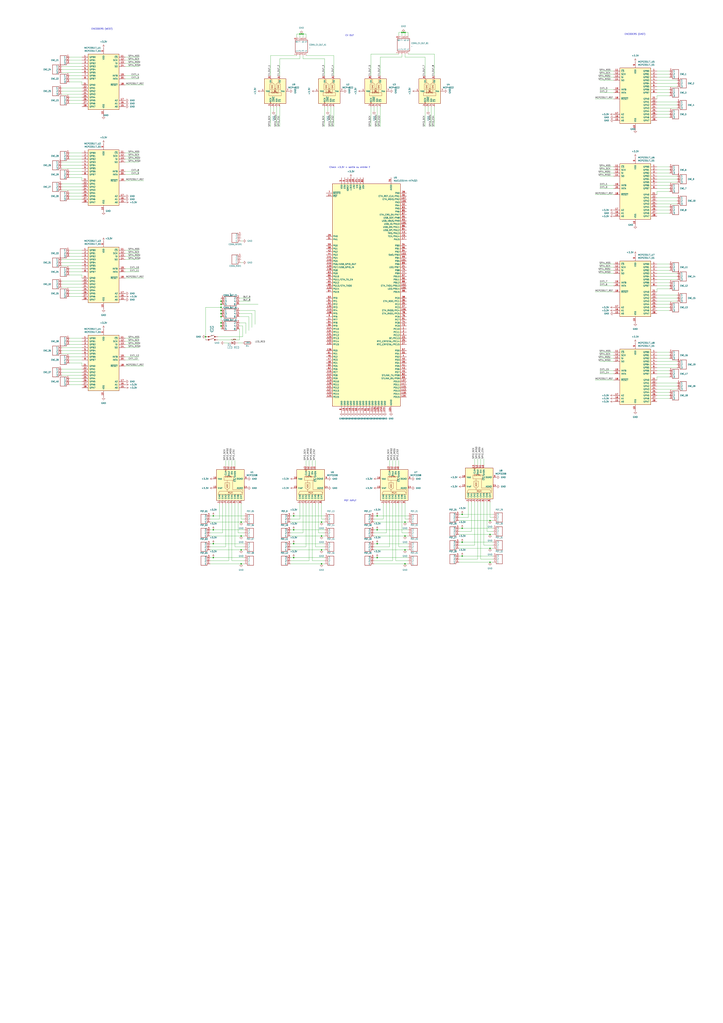
<source format=kicad_sch>
(kicad_sch (version 20250114) (generator "eeschema") (generator_version "9.0")
  (paper "A1" portrait)
  (text "Check +3.3V = sortie ou entrée ? " (at 287.782 137.668 0) (effects (font (size 1.27 1.27))))
  (text "ENCODERS (WEST)" (at 83.82 23.876 0) (effects (font (size 1.27 1.27))))
  (text "CV OUT" (at 287.274 29.21 0) (effects (font (size 1.27 1.27))))
  (text "ENCODERS (EAST)" (at 521.716 28.194 0) (effects (font (size 1.27 1.27))))
  (text "POT INPUT" (at 287.782 411.734 0) (effects (font (size 1.27 1.27))))
  (junction (at 379.73 422.91))
  (junction (at 402.59 450.85))
  (junction (at 175.26 447.04))
  (junction (at 175.26 458.47))
  (junction (at 309.88 458.47))
  (junction (at 198.12 463.55))
  (junction (at 175.26 424.18))
  (junction (at 379.73 445.77))
  (junction (at 332.74 26.67))
  (junction (at 264.16 452.12))
  (junction (at 247.65 27.94))
  (junction (at 181.61 252.73))
  (junction (at 309.88 424.18))
  (junction (at 332.74 429.26))
  (junction (at 181.61 267.97))
  (junction (at 181.61 265.43))
  (junction (at 379.73 434.34))
  (junction (at 241.3 458.47))
  (junction (at 181.61 250.19))
  (junction (at 309.88 447.04))
  (junction (at 331.47 26.67))
  (junction (at 241.3 447.04))
  (junction (at 330.2 26.67))
  (junction (at 402.59 427.99))
  (junction (at 402.59 462.28))
  (junction (at 198.12 440.69))
  (junction (at 264.16 463.55))
  (junction (at 264.16 429.26))
  (junction (at 168.91 276.86))
  (junction (at 181.61 255.27))
  (junction (at 379.73 457.2))
  (junction (at 248.92 27.94))
  (junction (at 181.61 247.65))
  (junction (at 332.74 452.12))
  (junction (at 246.38 27.94))
  (junction (at 309.88 435.61))
  (junction (at 181.61 257.81))
  (junction (at 241.3 424.18))
  (junction (at 198.12 429.26))
  (junction (at 264.16 440.69))
  (junction (at 181.61 260.35))
  (junction (at 402.59 439.42))
  (junction (at 332.74 463.55))
  (junction (at 175.26 435.61))
  (junction (at 332.74 440.69))
  (junction (at 198.12 452.12))
  (junction (at 241.3 435.61))
  (wire (pts (xy 539.75 250.19) (xy 549.91 250.19)))
  (wire (pts (xy 379.73 457.2) (xy 405.13 457.2)))
  (wire (pts (xy 504.19 294.64) (xy 492.76 294.64)))
  (wire (pts (xy 181.61 252.73) (xy 168.91 252.73)))
  (wire (pts (xy 243.84 45.72) (xy 222.25 45.72)))
  (wire (pts (xy 182.88 414.02) (xy 182.88 438.15)))
  (wire (pts (xy 539.75 91.44) (xy 549.91 91.44)))
  (wire (pts (xy 67.31 143.51) (xy 57.15 143.51)))
  (wire (pts (xy 349.25 104.14) (xy 349.25 87.63)))
  (wire (pts (xy 504.19 297.18) (xy 492.76 297.18)))
  (wire (pts (xy 246.38 45.72) (xy 246.38 48.26)))
  (wire (pts (xy 67.31 213.36) (xy 50.8 213.36)))
  (wire (pts (xy 320.04 378.46) (xy 320.04 383.54)))
  (wire (pts (xy 67.31 290.83) (xy 50.8 290.83)))
  (wire (pts (xy 67.31 77.47) (xy 50.8 77.47)))
  (wire (pts (xy 539.75 142.24) (xy 549.91 142.24)))
  (wire (pts (xy 269.24 91.44) (xy 269.24 87.63)))
  (wire (pts (xy 181.61 267.97) (xy 181.61 270.51)))
  (wire (pts (xy 264.16 429.26) (xy 266.7 429.26)))
  (wire (pts (xy 67.31 85.09) (xy 57.15 85.09)))
  (wire (pts (xy 307.34 463.55) (xy 332.74 463.55)))
  (wire (pts (xy 504.19 137.16) (xy 492.76 137.16)))
  (wire (pts (xy 377.19 445.77) (xy 379.73 445.77)))
  (wire (pts (xy 102.87 223.52) (xy 114.3 223.52)))
  (wire (pts (xy 402.59 439.42) (xy 405.13 439.42)))
  (wire (pts (xy 389.89 377.19) (xy 389.89 382.27)))
  (wire (pts (xy 67.31 303.53) (xy 50.8 303.53)))
  (wire (pts (xy 325.12 461.01) (xy 335.28 461.01)))
  (wire (pts (xy 330.2 44.45) (xy 330.2 46.99)))
  (wire (pts (xy 172.72 429.26) (xy 198.12 429.26)))
  (wire (pts (xy 539.75 68.58) (xy 556.26 68.58)))
  (wire (pts (xy 241.3 447.04) (xy 266.7 447.04)))
  (wire (pts (xy 322.58 461.01) (xy 307.34 461.01)))
  (wire (pts (xy 179.07 276.86) (xy 199.39 276.86)))
  (wire (pts (xy 67.31 158.75) (xy 57.15 158.75)))
  (wire (pts (xy 102.87 130.81) (xy 114.3 130.81)))
  (wire (pts (xy 539.75 175.26) (xy 549.91 175.26)))
  (wire (pts (xy 67.31 223.52) (xy 57.15 223.52)))
  (wire (pts (xy 172.72 452.12) (xy 198.12 452.12)))
  (wire (pts (xy 181.61 245.11) (xy 181.61 247.65)))
  (wire (pts (xy 327.66 414.02) (xy 327.66 449.58)))
  (wire (pts (xy 246.38 414.02) (xy 246.38 426.72)))
  (wire (pts (xy 67.31 288.29) (xy 50.8 288.29)))
  (wire (pts (xy 243.84 27.94) (xy 246.38 27.94)))
  (wire (pts (xy 504.19 312.42) (xy 488.95 312.42)))
  (wire (pts (xy 539.75 255.27) (xy 549.91 255.27)))
  (wire (pts (xy 504.19 60.96) (xy 492.76 60.96)))
  (wire (pts (xy 199.39 281.94) (xy 195.58 281.94)))
  (wire (pts (xy 185.42 449.58) (xy 172.72 449.58)))
  (wire (pts (xy 254 414.02) (xy 254 461.01)))
  (wire (pts (xy 394.97 459.74) (xy 405.13 459.74)))
  (wire (pts (xy 356.87 104.14) (xy 356.87 87.63)))
  (wire (pts (xy 539.75 234.95) (xy 549.91 234.95)))
  (wire (pts (xy 400.05 412.75) (xy 400.05 436.88)))
  (wire (pts (xy 246.38 48.26) (xy 229.87 48.26)))
  (wire (pts (xy 238.76 440.69) (xy 264.16 440.69)))
  (wire (pts (xy 256.54 378.46) (xy 256.54 383.54)))
  (wire (pts (xy 402.59 425.45) (xy 405.13 425.45)))
  (wire (pts (xy 539.75 292.1) (xy 549.91 292.1)))
  (wire (pts (xy 327.66 449.58) (xy 335.28 449.58)))
  (wire (pts (xy 102.87 49.53) (xy 114.3 49.53)))
  (wire (pts (xy 181.61 260.35) (xy 181.61 265.43)))
  (wire (pts (xy 330.2 26.67) (xy 331.47 26.67)))
  (wire (pts (xy 504.19 240.03) (xy 488.95 240.03)))
  (wire (pts (xy 67.31 153.67) (xy 50.8 153.67)))
  (wire (pts (xy 196.85 257.81) (xy 207.01 257.81)))
  (wire (pts (xy 67.31 313.69) (xy 57.15 313.69)))
  (wire (pts (xy 330.2 26.67) (xy 330.2 29.21)))
  (wire (pts (xy 67.31 311.15) (xy 57.15 311.15)))
  (wire (pts (xy 251.46 414.02) (xy 251.46 449.58)))
  (wire (pts (xy 397.51 412.75) (xy 397.51 448.31)))
  (wire (pts (xy 331.47 26.67) (xy 332.74 26.67)))
  (wire (pts (xy 227.33 104.14) (xy 227.33 87.63)))
  (wire (pts (xy 384.81 425.45) (xy 377.19 425.45)))
  (wire (pts (xy 327.66 378.46) (xy 327.66 383.54)))
  (wire (pts (xy 196.85 250.19) (xy 212.09 250.19)))
  (wire (pts (xy 264.16 463.55) (xy 266.7 463.55)))
  (wire (pts (xy 539.75 222.25) (xy 549.91 222.25)))
  (wire (pts (xy 539.75 152.4) (xy 549.91 152.4)))
  (wire (pts (xy 539.75 66.04) (xy 556.26 66.04)))
  (wire (pts (xy 102.87 228.6) (xy 118.11 228.6)))
  (wire (pts (xy 504.19 160.02) (xy 488.95 160.02)))
  (wire (pts (xy 271.78 104.14) (xy 271.78 87.63)))
  (wire (pts (xy 175.26 424.18) (xy 200.66 424.18)))
  (wire (pts (xy 102.87 69.85) (xy 118.11 69.85)))
  (wire (pts (xy 67.31 82.55) (xy 57.15 82.55)))
  (wire (pts (xy 67.31 46.99) (xy 57.15 46.99)))
  (wire (pts (xy 254 461.01) (xy 238.76 461.01)))
  (wire (pts (xy 67.31 130.81) (xy 57.15 130.81)))
  (wire (pts (xy 539.75 58.42) (xy 549.91 58.42)))
  (wire (pts (xy 67.31 135.89) (xy 50.8 135.89)))
  (wire (pts (xy 241.3 424.18) (xy 266.7 424.18)))
  (wire (pts (xy 102.87 143.51) (xy 114.3 143.51)))
  (wire (pts (xy 322.58 378.46) (xy 322.58 383.54)))
  (wire (pts (xy 67.31 278.13) (xy 57.15 278.13)))
  (wire (pts (xy 201.93 265.43) (xy 201.93 274.32)))
  (wire (pts (xy 102.87 140.97) (xy 114.3 140.97)))
  (wire (pts (xy 309.88 424.18) (xy 335.28 424.18)))
  (wire (pts (xy 539.75 317.5) (xy 556.26 317.5)))
  (wire (pts (xy 504.19 304.8) (xy 492.76 304.8)))
  (wire (pts (xy 539.75 217.17) (xy 549.91 217.17)))
  (wire (pts (xy 504.19 76.2) (xy 492.76 76.2)))
  (wire (pts (xy 256.54 414.02) (xy 256.54 461.01)))
  (wire (pts (xy 67.31 72.39) (xy 50.8 72.39)))
  (wire (pts (xy 209.55 255.27) (xy 209.55 266.7)))
  (wire (pts (xy 196.85 247.65) (xy 205.74 247.65)))
  (wire (pts (xy 251.46 27.94) (xy 251.46 30.48)))
  (wire (pts (xy 539.75 297.18) (xy 556.26 297.18)))
  (wire (pts (xy 325.12 414.02) (xy 325.12 461.01)))
  (wire (pts (xy 229.87 104.14) (xy 229.87 87.63)))
  (wire (pts (xy 504.19 142.24) (xy 492.76 142.24)))
  (wire (pts (xy 539.75 237.49) (xy 539.75 240.03)))
  (wire (pts (xy 198.12 463.55) (xy 200.66 463.55)))
  (wire (pts (xy 175.26 447.04) (xy 200.66 447.04)))
  (wire (pts (xy 67.31 241.3) (xy 57.15 241.3)))
  (wire (pts (xy 356.87 44.45) (xy 356.87 62.23)))
  (wire (pts (xy 332.74 463.55) (xy 335.28 463.55)))
  (wire (pts (xy 181.61 257.81) (xy 181.61 260.35)))
  (wire (pts (xy 332.74 426.72) (xy 335.28 426.72)))
  (wire (pts (xy 187.96 414.02) (xy 187.96 461.01)))
  (wire (pts (xy 67.31 80.01) (xy 57.15 80.01)))
  (wire (pts (xy 241.3 435.61) (xy 266.7 435.61)))
  (wire (pts (xy 67.31 52.07) (xy 57.15 52.07)))
  (wire (pts (xy 309.88 447.04) (xy 335.28 447.04)))
  (wire (pts (xy 193.04 414.02) (xy 193.04 449.58)))
  (wire (pts (xy 539.75 157.48) (xy 549.91 157.48)))
  (wire (pts (xy 67.31 67.31) (xy 67.31 69.85)))
  (wire (pts (xy 332.74 44.45) (xy 332.74 46.99)))
  (wire (pts (xy 539.75 237.49) (xy 549.91 237.49)))
  (wire (pts (xy 102.87 210.82) (xy 114.3 210.82)))
  (wire (pts (xy 190.5 414.02) (xy 190.5 461.01)))
  (wire (pts (xy 67.31 236.22) (xy 50.8 236.22)))
  (wire (pts (xy 67.31 163.83) (xy 57.15 163.83)))
  (wire (pts (xy 238.76 424.18) (xy 241.3 424.18)))
  (wire (pts (xy 172.72 463.55) (xy 198.12 463.55)))
  (wire (pts (xy 539.75 76.2) (xy 549.91 76.2)))
  (wire (pts (xy 539.75 60.96) (xy 549.91 60.96)))
  (wire (pts (xy 67.31 210.82) (xy 57.15 210.82)))
  (wire (pts (xy 304.8 104.14) (xy 304.8 87.63)))
  (wire (pts (xy 397.51 377.19) (xy 397.51 382.27)))
  (wire (pts (xy 67.31 316.23) (xy 57.15 316.23)))
  (wire (pts (xy 67.31 298.45) (xy 67.31 300.99)))
  (wire (pts (xy 175.26 435.61) (xy 200.66 435.61)))
  (wire (pts (xy 67.31 161.29) (xy 57.15 161.29)))
  (wire (pts (xy 185.42 378.46) (xy 185.42 383.54)))
  (wire (pts (xy 67.31 280.67) (xy 57.15 280.67)))
  (wire (pts (xy 181.61 247.65) (xy 181.61 250.19)))
  (wire (pts (xy 539.75 314.96) (xy 556.26 314.96)))
  (wire (pts (xy 307.34 447.04) (xy 309.88 447.04)))
  (wire (pts (xy 261.62 414.02) (xy 261.62 438.15)))
  (wire (pts (xy 256.54 461.01) (xy 266.7 461.01)))
  (wire (pts (xy 539.75 96.52) (xy 549.91 96.52)))
  (wire (pts (xy 187.96 461.01) (xy 172.72 461.01)))
  (wire (pts (xy 67.31 74.93) (xy 50.8 74.93)))
  (wire (pts (xy 222.25 104.14) (xy 222.25 87.63)))
  (wire (pts (xy 539.75 229.87) (xy 556.26 229.87)))
  (wire (pts (xy 102.87 133.35) (xy 114.3 133.35)))
  (wire (pts (xy 504.19 73.66) (xy 492.76 73.66)))
  (wire (pts (xy 67.31 146.05) (xy 67.31 148.59)))
  (wire (pts (xy 307.34 435.61) (xy 309.88 435.61)))
  (wire (pts (xy 67.31 125.73) (xy 57.15 125.73)))
  (wire (pts (xy 307.34 458.47) (xy 309.88 458.47)))
  (wire (pts (xy 251.46 45.72) (xy 274.32 45.72)))
  (wire (pts (xy 539.75 245.11) (xy 556.26 245.11)))
  (wire (pts (xy 332.74 46.99) (xy 349.25 46.99)))
  (wire (pts (xy 198.12 452.12) (xy 200.66 452.12)))
  (wire (pts (xy 67.31 295.91) (xy 57.15 295.91)))
  (wire (pts (xy 67.31 226.06) (xy 67.31 228.6)))
  (wire (pts (xy 193.04 449.58) (xy 200.66 449.58)))
  (wire (pts (xy 266.7 104.14) (xy 266.7 87.63)))
  (wire (pts (xy 198.12 426.72) (xy 200.66 426.72)))
  (wire (pts (xy 387.35 436.88) (xy 377.19 436.88)))
  (wire (pts (xy 67.31 151.13) (xy 50.8 151.13)))
  (wire (pts (xy 102.87 54.61) (xy 114.3 54.61)))
  (wire (pts (xy 190.5 461.01) (xy 200.66 461.01)))
  (wire (pts (xy 264.16 440.69) (xy 266.7 440.69)))
  (wire (pts (xy 504.19 152.4) (xy 492.76 152.4)))
  (wire (pts (xy 199.39 215.9) (xy 198.12 215.9)))
  (wire (pts (xy 246.38 426.72) (xy 238.76 426.72)))
  (wire (pts (xy 274.32 104.14) (xy 274.32 87.63)))
  (wire (pts (xy 248.92 27.94) (xy 251.46 27.94)))
  (wire (pts (xy 394.97 377.19) (xy 394.97 382.27)))
  (wire (pts (xy 67.31 54.61) (xy 50.8 54.61)))
  (wire (pts (xy 400.05 436.88) (xy 405.13 436.88)))
  (wire (pts (xy 67.31 138.43) (xy 50.8 138.43)))
  (wire (pts (xy 67.31 285.75) (xy 50.8 285.75)))
  (wire (pts (xy 67.31 59.69) (xy 50.8 59.69)))
  (wire (pts (xy 539.75 78.74) (xy 549.91 78.74)))
  (wire (pts (xy 248.92 45.72) (xy 248.92 48.26)))
  (wire (pts (xy 504.19 219.71) (xy 492.76 219.71)))
  (wire (pts (xy 181.61 252.73) (xy 181.61 255.27)))
  (wire (pts (xy 102.87 125.73) (xy 114.3 125.73)))
  (wire (pts (xy 504.19 307.34) (xy 492.76 307.34)))
  (wire (pts (xy 539.75 154.94) (xy 549.91 154.94)))
  (wire (pts (xy 67.31 133.35) (xy 50.8 133.35)))
  (wire (pts (xy 196.85 270.51) (xy 196.85 279.4)))
  (wire (pts (xy 539.75 144.78) (xy 556.26 144.78)))
  (wire (pts (xy 102.87 295.91) (xy 114.3 295.91)))
  (wire (pts (xy 394.97 412.75) (xy 394.97 459.74)))
  (wire (pts (xy 304.8 44.45) (xy 304.8 62.23)))
  (wire (pts (xy 309.88 458.47) (xy 335.28 458.47)))
  (wire (pts (xy 102.87 64.77) (xy 114.3 64.77)))
  (wire (pts (xy 67.31 156.21) (xy 50.8 156.21)))
  (wire (pts (xy 199.39 198.12) (xy 198.12 198.12)))
  (wire (pts (xy 539.75 327.66) (xy 549.91 327.66)))
  (wire (pts (xy 389.89 448.31) (xy 377.19 448.31)))
  (wire (pts (xy 332.74 26.67) (xy 335.28 26.67)))
  (wire (pts (xy 539.75 242.57) (xy 556.26 242.57)))
  (wire (pts (xy 67.31 146.05) (xy 57.15 146.05)))
  (wire (pts (xy 196.85 245.11) (xy 205.74 245.11)))
  (wire (pts (xy 504.19 58.42) (xy 492.76 58.42)))
  (wire (pts (xy 320.04 414.02) (xy 320.04 449.58)))
  (wire (pts (xy 238.76 463.55) (xy 264.16 463.55)))
  (wire (pts (xy 332.74 414.02) (xy 332.74 426.72)))
  (wire (pts (xy 377.19 422.91) (xy 379.73 422.91)))
  (wire (pts (xy 246.38 27.94) (xy 247.65 27.94)))
  (wire (pts (xy 238.76 458.47) (xy 241.3 458.47)))
  (wire (pts (xy 274.32 45.72) (xy 274.32 62.23)))
  (wire (pts (xy 539.75 325.12) (xy 549.91 325.12)))
  (wire (pts (xy 172.72 458.47) (xy 175.26 458.47)))
  (wire (pts (xy 312.42 104.14) (xy 312.42 87.63)))
  (wire (pts (xy 504.19 144.78) (xy 492.76 144.78)))
  (wire (pts (xy 238.76 429.26) (xy 264.16 429.26)))
  (wire (pts (xy 327.66 26.67) (xy 330.2 26.67)))
  (wire (pts (xy 196.85 260.35) (xy 204.47 260.35)))
  (wire (pts (xy 539.75 71.12) (xy 556.26 71.12)))
  (wire (pts (xy 539.75 289.56) (xy 549.91 289.56)))
  (wire (pts (xy 67.31 218.44) (xy 50.8 218.44)))
  (wire (pts (xy 351.79 91.44) (xy 351.79 87.63)))
  (wire (pts (xy 539.75 307.34) (xy 549.91 307.34)))
  (wire (pts (xy 168.91 276.86) (xy 168.91 279.4)))
  (wire (pts (xy 248.92 414.02) (xy 248.92 438.15)))
  (wire (pts (xy 198.12 440.69) (xy 200.66 440.69)))
  (wire (pts (xy 67.31 140.97) (xy 57.15 140.97)))
  (wire (pts (xy 172.72 435.61) (xy 175.26 435.61)))
  (wire (pts (xy 246.38 27.94) (xy 246.38 30.48)))
  (wire (pts (xy 504.19 232.41) (xy 492.76 232.41)))
  (wire (pts (xy 539.75 302.26) (xy 556.26 302.26)))
  (wire (pts (xy 377.19 450.85) (xy 402.59 450.85)))
  (wire (pts (xy 377.19 439.42) (xy 402.59 439.42)))
  (wire (pts (xy 190.5 378.46) (xy 190.5 383.54)))
  (wire (pts (xy 67.31 62.23) (xy 57.15 62.23)))
  (wire (pts (xy 195.58 414.02) (xy 195.58 438.15)))
  (wire (pts (xy 182.88 438.15) (xy 172.72 438.15)))
  (wire (pts (xy 327.66 29.21) (xy 327.66 26.67)))
  (wire (pts (xy 317.5 414.02) (xy 317.5 438.15)))
  (wire (pts (xy 238.76 435.61) (xy 241.3 435.61)))
  (wire (pts (xy 539.75 167.64) (xy 556.26 167.64)))
  (wire (pts (xy 539.75 83.82) (xy 556.26 83.82)))
  (wire (pts (xy 67.31 231.14) (xy 50.8 231.14)))
  (wire (pts (xy 264.16 414.02) (xy 264.16 426.72)))
  (wire (pts (xy 384.81 412.75) (xy 384.81 425.45)))
  (wire (pts (xy 181.61 255.27) (xy 181.61 257.81)))
  (wire (pts (xy 377.19 457.2) (xy 379.73 457.2)))
  (wire (pts (xy 392.43 459.74) (xy 377.19 459.74)))
  (wire (pts (xy 199.39 267.97) (xy 199.39 276.86)))
  (wire (pts (xy 320.04 449.58) (xy 307.34 449.58)))
  (wire (pts (xy 172.72 447.04) (xy 175.26 447.04)))
  (wire (pts (xy 102.87 205.74) (xy 114.3 205.74)))
  (wire (pts (xy 266.7 48.26) (xy 266.7 62.23)))
  (wire (pts (xy 185.42 414.02) (xy 185.42 449.58)))
  (wire (pts (xy 180.34 414.02) (xy 180.34 426.72)))
  (wire (pts (xy 102.87 285.75) (xy 114.3 285.75)))
  (wire (pts (xy 172.72 440.69) (xy 198.12 440.69)))
  (wire (pts (xy 67.31 226.06) (xy 57.15 226.06)))
  (wire (pts (xy 397.51 448.31) (xy 405.13 448.31)))
  (wire (pts (xy 539.75 147.32) (xy 556.26 147.32)))
  (wire (pts (xy 504.19 139.7) (xy 492.76 139.7)))
  (wire (pts (xy 102.87 213.36) (xy 114.3 213.36)))
  (wire (pts (xy 67.31 128.27) (xy 57.15 128.27)))
  (wire (pts (xy 504.19 292.1) (xy 492.76 292.1)))
  (wire (pts (xy 254 378.46) (xy 254 383.54)))
  (wire (pts (xy 539.75 252.73) (xy 549.91 252.73)))
  (wire (pts (xy 504.19 289.56) (xy 492.76 289.56)))
  (wire (pts (xy 224.79 91.44) (xy 224.79 87.63)))
  (wire (pts (xy 264.16 426.72) (xy 266.7 426.72)))
  (wire (pts (xy 332.74 452.12) (xy 335.28 452.12)))
  (wire (pts (xy 314.96 426.72) (xy 307.34 426.72)))
  (wire (pts (xy 102.87 52.07) (xy 114.3 52.07)))
  (wire (pts (xy 379.73 422.91) (xy 405.13 422.91)))
  (wire (pts (xy 251.46 378.46) (xy 251.46 383.54)))
  (wire (pts (xy 539.75 247.65) (xy 556.26 247.65)))
  (wire (pts (xy 67.31 205.74) (xy 57.15 205.74)))
  (wire (pts (xy 102.87 278.13) (xy 114.3 278.13)))
  (wire (pts (xy 247.65 27.94) (xy 248.92 27.94)))
  (wire (pts (xy 539.75 162.56) (xy 556.26 162.56)))
  (wire (pts (xy 102.87 46.99) (xy 114.3 46.99)))
  (wire (pts (xy 539.75 219.71) (xy 549.91 219.71)))
  (wire (pts (xy 102.87 293.37) (xy 114.3 293.37)))
  (wire (pts (xy 67.31 308.61) (xy 50.8 308.61)))
  (wire (pts (xy 539.75 86.36) (xy 556.26 86.36)))
  (wire (pts (xy 102.87 283.21) (xy 114.3 283.21)))
  (wire (pts (xy 307.34 452.12) (xy 332.74 452.12)))
  (wire (pts (xy 307.34 429.26) (xy 332.74 429.26)))
  (wire (pts (xy 539.75 88.9) (xy 556.26 88.9)))
  (wire (pts (xy 67.31 306.07) (xy 50.8 306.07)))
  (wire (pts (xy 392.43 412.75) (xy 392.43 459.74)))
  (wire (pts (xy 175.26 458.47) (xy 200.66 458.47)))
  (wire (pts (xy 67.31 233.68) (xy 50.8 233.68)))
  (wire (pts (xy 539.75 137.16) (xy 549.91 137.16)))
  (wire (pts (xy 539.75 320.04) (xy 556.26 320.04)))
  (wire (pts (xy 168.91 252.73) (xy 168.91 276.86)))
  (wire (pts (xy 181.61 265.43) (xy 181.61 267.97)))
  (wire (pts (xy 67.31 283.21) (xy 57.15 283.21)))
  (wire (pts (xy 504.19 63.5) (xy 492.76 63.5)))
  (wire (pts (xy 181.61 250.19) (xy 181.61 252.73)))
  (wire (pts (xy 325.12 378.46) (xy 325.12 383.54)))
  (wire (pts (xy 539.75 157.48) (xy 539.75 160.02)))
  (wire (pts (xy 330.2 438.15) (xy 335.28 438.15)))
  (wire (pts (xy 187.96 378.46) (xy 187.96 383.54)))
  (wire (pts (xy 327.66 44.45) (xy 304.8 44.45)))
  (wire (pts (xy 377.19 427.99) (xy 402.59 427.99)))
  (wire (pts (xy 241.3 458.47) (xy 266.7 458.47)))
  (wire (pts (xy 259.08 378.46) (xy 259.08 383.54)))
  (wire (pts (xy 377.19 434.34) (xy 379.73 434.34)))
  (wire (pts (xy 539.75 93.98) (xy 549.91 93.98)))
  (wire (pts (xy 102.87 300.99) (xy 118.11 300.99)))
  (wire (pts (xy 251.46 449.58) (xy 238.76 449.58)))
  (wire (pts (xy 309.88 435.61) (xy 335.28 435.61)))
  (wire (pts (xy 259.08 449.58) (xy 266.7 449.58)))
  (wire (pts (xy 179.07 279.4) (xy 196.85 279.4)))
  (wire (pts (xy 402.59 412.75) (xy 402.59 425.45)))
  (wire (pts (xy 539.75 224.79) (xy 556.26 224.79)))
  (wire (pts (xy 332.74 429.26) (xy 335.28 429.26)))
  (wire (pts (xy 354.33 104.14) (xy 354.33 87.63)))
  (wire (pts (xy 332.74 26.67) (xy 332.74 29.21)))
  (wire (pts (xy 67.31 238.76) (xy 57.15 238.76)))
  (wire (pts (xy 307.34 91.44) (xy 307.34 87.63)))
  (wire (pts (xy 402.59 450.85) (xy 405.13 450.85)))
  (wire (pts (xy 196.85 267.97) (xy 199.39 267.97)))
  (wire (pts (xy 377.19 462.28) (xy 402.59 462.28)))
  (wire (pts (xy 389.89 412.75) (xy 389.89 448.31)))
  (wire (pts (xy 335.28 44.45) (xy 356.87 44.45)))
  (wire (pts (xy 504.19 81.28) (xy 488.95 81.28)))
  (wire (pts (xy 67.31 220.98) (xy 57.15 220.98)))
  (wire (pts (xy 504.19 66.04) (xy 492.76 66.04)))
  (wire (pts (xy 539.75 322.58) (xy 549.91 322.58)))
  (wire (pts (xy 238.76 447.04) (xy 241.3 447.04)))
  (wire (pts (xy 539.75 232.41) (xy 549.91 232.41)))
  (wire (pts (xy 504.19 234.95) (xy 492.76 234.95)))
  (wire (pts (xy 243.84 30.48) (xy 243.84 27.94)))
  (wire (pts (xy 402.59 427.99) (xy 405.13 427.99)))
  (wire (pts (xy 379.73 434.34) (xy 405.13 434.34)))
  (wire (pts (xy 261.62 438.15) (xy 266.7 438.15)))
  (wire (pts (xy 67.31 49.53) (xy 57.15 49.53)))
  (wire (pts (xy 539.75 294.64) (xy 549.91 294.64)))
  (wire (pts (xy 259.08 414.02) (xy 259.08 449.58)))
  (wire (pts (xy 102.87 208.28) (xy 114.3 208.28)))
  (wire (pts (xy 335.28 26.67) (xy 335.28 29.21)))
  (wire (pts (xy 248.92 438.15) (xy 238.76 438.15)))
  (wire (pts (xy 314.96 414.02) (xy 314.96 426.72)))
  (wire (pts (xy 67.31 208.28) (xy 57.15 208.28)))
  (wire (pts (xy 102.87 62.23) (xy 114.3 62.23)))
  (wire (pts (xy 222.25 45.72) (xy 222.25 62.23)))
  (wire (pts (xy 539.75 172.72) (xy 549.91 172.72)))
  (wire (pts (xy 248.92 48.26) (xy 266.7 48.26)))
  (wire (pts (xy 539.75 309.88) (xy 539.75 312.42)))
  (wire (pts (xy 102.87 280.67) (xy 114.3 280.67)))
  (wire (pts (xy 309.88 104.14) (xy 309.88 87.63)))
  (wire (pts (xy 402.59 462.28) (xy 405.13 462.28)))
  (wire (pts (xy 330.2 414.02) (xy 330.2 438.15)))
  (wire (pts (xy 539.75 63.5) (xy 549.91 63.5)))
  (wire (pts (xy 539.75 78.74) (xy 539.75 81.28)))
  (wire (pts (xy 67.31 243.84) (xy 57.15 243.84)))
  (wire (pts (xy 238.76 452.12) (xy 264.16 452.12)))
  (wire (pts (xy 67.31 57.15) (xy 50.8 57.15)))
  (wire (pts (xy 198.12 414.02) (xy 198.12 426.72)))
  (wire (pts (xy 392.43 377.19) (xy 392.43 382.27)))
  (wire (pts (xy 349.25 46.99) (xy 349.25 62.23)))
  (wire (pts (xy 504.19 222.25) (xy 492.76 222.25)))
  (wire (pts (xy 102.87 148.59) (xy 118.11 148.59)))
  (wire (pts (xy 379.73 445.77) (xy 405.13 445.77)))
  (wire (pts (xy 312.42 46.99) (xy 312.42 62.23)))
  (wire (pts (xy 504.19 154.94) (xy 492.76 154.94)))
  (wire (pts (xy 229.87 48.26) (xy 229.87 62.23)))
  (wire (pts (xy 67.31 64.77) (xy 57.15 64.77)))
  (wire (pts (xy 330.2 46.99) (xy 312.42 46.99)))
  (wire (pts (xy 102.87 128.27) (xy 114.3 128.27)))
  (wire (pts (xy 193.04 378.46) (xy 193.04 383.54)))
  (wire (pts (xy 322.58 414.02) (xy 322.58 461.01)))
  (wire (pts (xy 539.75 139.7) (xy 549.91 139.7)))
  (wire (pts (xy 307.34 440.69) (xy 332.74 440.69)))
  (wire (pts (xy 317.5 438.15) (xy 307.34 438.15)))
  (wire (pts (xy 539.75 170.18) (xy 549.91 170.18)))
  (wire (pts (xy 387.35 412.75) (xy 387.35 436.88)))
  (wire (pts (xy 187.96 281.94) (xy 184.15 281.94)))
  (wire (pts (xy 307.34 424.18) (xy 309.88 424.18)))
  (wire (pts (xy 539.75 165.1) (xy 556.26 165.1)))
  (wire (pts (xy 196.85 255.27) (xy 209.55 255.27)))
  (wire (pts (xy 195.58 438.15) (xy 200.66 438.15)))
  (wire (pts (xy 264.16 452.12) (xy 266.7 452.12)))
  (wire (pts (xy 67.31 298.45) (xy 57.15 298.45)))
  (wire (pts (xy 207.01 257.81) (xy 207.01 269.24)))
  (wire (pts (xy 198.12 429.26) (xy 200.66 429.26)))
  (wire (pts (xy 180.34 426.72) (xy 172.72 426.72)))
  (wire (pts (xy 172.72 424.18) (xy 175.26 424.18)))
  (wire (pts (xy 332.74 440.69) (xy 335.28 440.69)))
  (wire (pts (xy 102.87 220.98) (xy 114.3 220.98)))
  (wire (pts (xy 67.31 215.9) (xy 50.8 215.9)))
  (wire (pts (xy 67.31 293.37) (xy 57.15 293.37)))
  (wire (pts (xy 539.75 227.33) (xy 556.26 227.33)))
  (wire (pts (xy 204.47 260.35) (xy 204.47 271.78)))
  (wire (pts (xy 539.75 304.8) (xy 549.91 304.8)))
  (wire (pts (xy 248.92 27.94) (xy 248.92 30.48)))
  (wire (pts (xy 504.19 217.17) (xy 492.76 217.17)))
  (wire (pts (xy 67.31 67.31) (xy 57.15 67.31)))
  (wire (pts (xy 504.19 224.79) (xy 492.76 224.79)))
  (wire (pts (xy 539.75 299.72) (xy 556.26 299.72)))
  (wire (pts (xy 539.75 309.88) (xy 549.91 309.88)))
  (wire (pts (xy 196.85 265.43) (xy 201.93 265.43)))
  (wire (pts (xy 539.75 149.86) (xy 556.26 149.86)))
  (wire (pts (xy 539.75 73.66) (xy 549.91 73.66)))
  (label "SPI4_MOSI" (at 501.65 294.64 180))
  (label "SPI3_MOSI" (at 271.78 104.14 90))
  (label "SPI4_NSS" (at 501.65 289.56 180))
  (label "SPI4_MOSI" (at 501.65 142.24 180))
  (label "SPI4_SCK" (at 501.65 60.96 180))
  (label "CV_OUT_3" (at 266.7 53.34 270))
  (label "SPI4_NSS" (at 105.41 205.74 0))
  (label "CV_OUT_2" (at 229.87 53.34 270))
  (label "SPI2_MOSI" (at 190.5 378.46 90))
  (label "SPI4_NSS" (at 105.41 46.99 0))
  (label "EXTI_14" (at 492.76 307.34 0))
  (label "SPI4_SCK" (at 105.41 49.53 0))
  (label "EXTI_15" (at 492.76 304.8 0))
  (label "SPI2_MISO" (at 254 378.46 90))
  (label "SPI2_CS1" (at 193.04 378.46 90))
  (label "EXTI_1" (at 492.76 152.4 0))
  (label "SPI4_MOSI" (at 105.41 52.07 0))
  (label "SPI4_SCK" (at 105.41 280.67 0))
  (label "SPI4_SCK" (at 501.65 219.71 180))
  (label "SPI4_MISO" (at 501.65 66.04 180))
  (label "SPI4_MISO" (at 501.65 297.18 180))
  (label "EXTI_7" (at 492.76 232.41 0))
  (label "SPI2_MOSI" (at 256.54 378.46 90))
  (label "CV_OUT_7" (at 349.25 53.34 270))
  (label "EXTI_4" (at 114.3 62.23 180))
  (label "SPI3_MOSI" (at 354.33 104.14 90))
  (label "EXTI_2" (at 492.76 76.2 0))
  (label "EXTI_9" (at 114.3 143.51 180))
  (label "SPI4_SCK" (at 105.41 208.28 0))
  (label "SPI4_MISO" (at 105.41 54.61 0))
  (label "SPI3_SCK" (at 349.25 104.14 90))
  (label "SPI2_MISO" (at 392.43 377.19 90))
  (label "LED_RED" (at 209.55 281.94 0))
  (label "SPI2_MOSI" (at 325.12 378.46 90))
  (label "SPI4_SCK" (at 105.41 128.27 0))
  (label "SPI4_NSS" (at 105.41 278.13 0))
  (label "SPI4_MOSI" (at 501.65 222.25 180))
  (label "EXTI_5" (at 114.3 64.77 180))
  (label "SPI4_NSS" (at 501.65 137.16 180))
  (label "SPI3_CS2" (at 274.32 104.14 90))
  (label "MCP23S17_RST" (at 118.11 228.6 180))
  (label "MCP23S17_RST" (at 488.95 160.02 0))
  (label "SPI4_NSS" (at 501.65 217.17 180))
  (label "CV_OUT_5" (at 304.8 53.34 270))
  (label "SPI4_MISO" (at 105.41 133.35 0))
  (label "SPI3_MOSI" (at 227.33 104.14 90))
  (label "SPI2_MOSI" (at 394.97 377.19 90))
  (label "MCP23S17_RST" (at 118.11 69.85 180))
  (label "EXTI_0" (at 492.76 154.94 0))
  (label "EXTI_12" (at 114.3 293.37 180))
  (label "SPI2_CS2" (at 259.08 378.46 90))
  (label "SPI2_MISO" (at 322.58 378.46 90))
  (label "EXTI_6" (at 492.76 234.95 0))
  (label "BUT_8" (at 205.74 247.65 180))
  (label "SPI4_NSS" (at 105.41 125.73 0))
  (label "CV_OUT_8" (at 356.87 53.34 270))
  (label "SPI4_MOSI" (at 105.41 283.21 0))
  (label "MCP23S17_RST" (at 488.95 81.28 0))
  (label "SPI2_SCK" (at 251.46 378.46 90))
  (label "SPI4_MOSI" (at 105.41 210.82 0))
  (label "SPI4_MOSI" (at 501.65 63.5 180))
  (label "MCP23S17_RST" (at 488.95 240.03 0))
  (label "SPI3_SCK" (at 304.8 104.14 90))
  (label "SPI4_NSS" (at 501.65 58.42 180))
  (label "CV_OUT_1" (at 222.25 53.34 270))
  (label "SPI3_SCK" (at 266.7 104.14 90))
  (label "CV_OUT_6" (at 312.42 53.34 270))
  (label "EXTI_10" (at 114.3 220.98 180))
  (label "EXTI_8" (at 114.3 140.97 180))
  (label "SPI2_SCK" (at 389.89 377.19 90))
  (label "EXTI_3" (at 492.76 73.66 0))
  (label "SPI2_SCK" (at 185.42 378.46 90))
  (label "SPI4_MISO" (at 501.65 224.79 180))
  (label "SPI4_MISO" (at 105.41 213.36 0))
  (label "SPI4_SCK" (at 501.65 139.7 180))
  (label "CV_OUT_4" (at 274.32 53.34 270))
  (label "SPI3_CS4" (at 356.87 104.14 90))
  (label "SPI4_MOSI" (at 105.41 130.81 0))
  (label "BUT_9" (at 205.74 245.11 180))
  (label "SPI4_SCK" (at 501.65 292.1 180))
  (label "SPI4_MISO" (at 105.41 285.75 0))
  (label "SPI3_CS3" (at 312.42 104.14 90))
  (label "SPI3_MOSI" (at 309.88 104.14 90))
  (label "MCP23S17_RST" (at 118.11 148.59 180))
  (label "SPI3_SCK" (at 222.25 104.14 90))
  (label "SPI2_CS4" (at 397.51 377.19 90))
  (label "MCP23S17_RST" (at 118.11 300.99 180))
  (label "MCP23S17_RST" (at 488.95 312.42 0))
  (label "SPI4_MISO" (at 501.65 144.78 180))
  (label "SPI2_CS3" (at 327.66 378.46 90))
  (label "SPI2_MISO" (at 187.96 378.46 90))
  (label "SPI2_SCK" (at 320.04 378.46 90))
  (label "SPI3_CS1" (at 229.87 104.14 90))
  (label "EXTI_11" (at 114.3 223.52 180))
  (label "EXTI_13" (at 113.03 295.91 180))
  (symbol (lib_id "power:+3.3V") (at 341.63 74.93 90) (unit 1)
    (property "Reference" "#PWR063" (effects (hide yes)))
    (property "Value" "+3.3V" (at 336.55 74.93 0))
    (property "Description" "Power symbol creates a global label with name \"+3.3V\"" (effects (hide yes)))
  )
  (symbol (lib_id "power:GND") (at 402.59 427.99 0) (unit 1)
    (property "Reference" "#PWR0110" (effects (hide yes)))
    (property "Value" "GND" (at 402.59 433.07 0))
    (property "Description" "Power symbol creates a global label with name \"GND\" , ground" (effects (hide yes)))
  )
  (symbol (lib_id "stock-perso:PINHEADER-M03") (at 410.21 436.88 0) (mirror x) (unit 1)
    (property "Reference" "POT_30" (at 410.21 430.53 0) (effects (font (size 1.27 1.0795))))
    (property "Footprint" "stock-perso:M03" (effects (hide yes)))
  )
  (symbol (lib_id "power:GND") (at 306.07 339.09 0) (unit 1)
    (property "Reference" "#PWR0117" (effects (hide yes)))
    (property "Value" "GND" (at 306.07 344.17 0))
    (property "Description" "Power symbol creates a global label with name \"GND\" , ground" (effects (hide yes)))
  )
  (symbol (lib_id "power:+3.3V") (at 259.08 74.93 90) (unit 1)
    (property "Reference" "#PWR057" (effects (hide yes)))
    (property "Value" "+3.3V" (at 254 74.93 0))
    (property "Description" "Power symbol creates a global label with name \"+3.3V\"" (effects (hide yes)))
  )
  (symbol (lib_id "stock-perso:PINHEADER-M03") (at 52.07 128.27 0) (mirror y) (unit 1)
    (property "Reference" "ENC_28" (at 48.26 128.2699 0) (effects (font (size 1.27 1.0795)) (justify left)))
    (property "Footprint" "stock-perso:M03" (effects (hide yes)))
  )
  (symbol (lib_id "stock-perso:PINHEADER-M03") (at 52.07 280.67 0) (mirror y) (unit 1)
    (property "Reference" "ENC_38" (at 48.26 280.6699 0) (effects (font (size 1.27 1.0795)) (justify left)))
    (property "Footprint" "stock-perso:M03" (effects (hide yes)))
  )
  (symbol (lib_id "power:+3.3V") (at 241.3 435.61 0) (unit 1)
    (property "Reference" "#PWR083" (effects (hide yes)))
    (property "Value" "+3.3V" (at 241.3 430.53 0))
    (property "Description" "Power symbol creates a global label with name \"+3.3V\"" (effects (hide yes)))
  )
  (symbol (lib_id "power:GND") (at 504.19 257.81 270) (mirror x) (unit 1)
    (property "Reference" "#PWR050" (effects (hide yes)))
    (property "Value" "GND" (at 500.38 257.8099 90) (effects (justify right)))
    (property "Description" "Power symbol creates a global label with name \"GND\" , ground" (effects (hide yes)))
  )
  (symbol (lib_id "Interface_Expansion:MCP23S17_SS") (at 521.97 157.48 0) (unit 1)
    (property "Reference" "MCP23S17_U6" (at 524.1133 129.54 0) (effects (justify left)))
    (property "Value" "MCP23S17_SS" (at 524.1133 132.08 0) (effects (justify left)))
    (property "Footprint" "Package_SO:SSOP-28_5.3x10.2mm_P0.65mm" (effects (hide yes)))
    (property "Datasheet" "http://ww1.microchip.com/downloads/en/DeviceDoc/20001952C.pdf" (effects (hide yes)))
    (property "Description" "16-bit I/O expander, SPI, interrupts, w pull-ups, SSOP-28" (effects (hide yes)))
  )
  (symbol (lib_id "Analog_ADC:MCP3208") (at 187.96 398.78 90) (unit 1)
    (property "Reference" "U1" (at 207.01 388.2546 90))
    (property "Value" "MCP3208" (at 207.01 390.7946 90))
    (property "Footprint" "Package_SO:SOIC-16_3.9x9.9mm_P1.27mm" (effects (hide yes)))
    (property "Datasheet" "http://ww1.microchip.com/downloads/en/DeviceDoc/21298c.pdf" (effects (hide yes)))
    (property "Description" "A/D Converter, 12-Bit, 8-Channel, SPI Interface , 2.7V-5.5V" (effects (hide yes)))
  )
  (symbol (lib_id "stock-perso:PINHEADER-M03") (at 554.99 60.96 0) (unit 1)
    (property "Reference" "ENC_1" (at 558.8 60.9599 0) (effects (font (size 1.27 1.0795)) (justify left)))
    (property "Footprint" "stock-perso:M03" (effects (hide yes)))
  )
  (symbol (lib_id "power:GND") (at 269.24 91.44 0) (unit 1)
    (property "Reference" "#PWR058" (effects (hide yes)))
    (property "Value" "GND" (at 269.2399 95.25 90) (effects (justify right)))
    (property "Description" "Power symbol creates a global label with name \"GND\" , ground" (effects (hide yes)))
  )
  (symbol (lib_id "power:GND") (at 102.87 161.29 90) (unit 1)
    (property "Reference" "#PWR020" (effects (hide yes)))
    (property "Value" "GND" (at 106.68 161.2899 90) (effects (justify right)))
    (property "Description" "Power symbol creates a global label with name \"GND\" , ground" (effects (hide yes)))
  )
  (symbol (lib_id "stock-perso:PINHEADER-M03") (at 205.74 426.72 0) (mirror x) (unit 1)
    (property "Reference" "POT_05" (at 205.74 420.37 0) (effects (font (size 1.27 1.0795))))
    (property "Footprint" "stock-perso:M03" (effects (hide yes)))
  )
  (symbol (lib_id "stock-perso:PINHEADER-M03") (at 45.72 288.29 0) (mirror y) (unit 1)
    (property "Reference" "ENC_36" (at 41.91 288.2899 0) (effects (font (size 1.27 1.0795)) (justify left)))
    (property "Footprint" "stock-perso:M03" (effects (hide yes)))
  )
  (symbol (lib_id "power:GND") (at 264.16 440.69 0) (unit 1)
    (property "Reference" "#PWR087" (effects (hide yes)))
    (property "Value" "GND" (at 264.16 445.77 0))
    (property "Description" "Power symbol creates a global label with name \"GND\" , ground" (effects (hide yes)))
  )
  (symbol (lib_id "stock-perso:PINHEADER-M03") (at 561.34 165.1 0) (unit 1)
    (property "Reference" "ENC_10" (at 565.15 165.0999 0) (effects (font (size 1.27 1.0795)) (justify left)))
    (property "Footprint" "stock-perso:M03" (effects (hide yes)))
  )
  (symbol (lib_id "power:+3.3V") (at 379.73 422.91 0) (unit 1)
    (property "Reference" "#PWR0106" (effects (hide yes)))
    (property "Value" "+3.3V" (at 379.73 417.83 0))
    (property "Description" "Power symbol creates a global label with name \"+3.3V\"" (effects (hide yes)))
  )
  (symbol (lib_id "stock-perso:PINHEADER-M03") (at 554.99 219.71 0) (unit 1)
    (property "Reference" "ENC_11" (at 558.8 219.7099 0) (effects (font (size 1.27 1.0795)) (justify left)))
    (property "Footprint" "stock-perso:M03" (effects (hide yes)))
  )
  (symbol (lib_id "power:+3.3V") (at 504.19 177.8 90) (mirror x) (unit 1)
    (property "Reference" "#PWR047" (effects (hide yes)))
    (property "Value" "+3.3V" (at 500.38 177.7999 90) (effects (justify left)))
    (property "Description" "Power symbol creates a global label with name \"+3.3V\"" (effects (hide yes)))
  )
  (symbol (lib_id "stock-perso:PINHEADER-M03") (at 561.34 68.58 0) (unit 1)
    (property "Reference" "ENC_2" (at 565.15 68.5799 0) (effects (font (size 1.27 1.0795)) (justify left)))
    (property "Footprint" "stock-perso:M03" (effects (hide yes)))
  )
  (symbol (lib_id "power:+3.3V") (at 521.97 281.94 0) (mirror y) (unit 1)
    (property "Reference" "#PWR040" (effects (hide yes)))
    (property "Value" "+3.3V" (at 521.97 276.86 0))
    (property "Description" "Power symbol creates a global label with name \"+3.3V\"" (effects (hide yes)))
  )
  (symbol (lib_id "power:+3.3V") (at 504.19 172.72 90) (mirror x) (unit 1)
    (property "Reference" "#PWR045" (effects (hide yes)))
    (property "Value" "+3.3V" (at 500.38 172.7199 90) (effects (justify left)))
    (property "Description" "Power symbol creates a global label with name \"+3.3V\"" (effects (hide yes)))
  )
  (symbol (lib_id "power:+3.3V") (at 241.3 424.18 0) (unit 1)
    (property "Reference" "#PWR082" (effects (hide yes)))
    (property "Value" "+3.3V" (at 241.3 419.1 0))
    (property "Description" "Power symbol creates a global label with name \"+3.3V\"" (effects (hide yes)))
  )
  (symbol (lib_id "power:GND") (at 198.12 452.12 0) (unit 1)
    (property "Reference" "#PWR078" (effects (hide yes)))
    (property "Value" "GND" (at 198.12 457.2 0))
    (property "Description" "Power symbol creates a global label with name \"GND\" , ground" (effects (hide yes)))
  )
  (symbol (lib_id "power:GND") (at 102.87 163.83 90) (unit 1)
    (property "Reference" "#PWR021" (effects (hide yes)))
    (property "Value" "GND" (at 106.68 163.8299 90) (effects (justify right)))
    (property "Description" "Power symbol creates a global label with name \"GND\" , ground" (effects (hide yes)))
  )
  (symbol (lib_id "stock-perso:PINHEADER-M03") (at 302.26 426.72 180) (unit 1)
    (property "Reference" "POT_17" (at 302.26 420.37 0) (effects (font (size 1.27 1.0795))))
    (property "Footprint" "stock-perso:M03" (effects (hide yes)))
  )
  (symbol (lib_id "stock-perso:PINHEADER-M03") (at 554.99 325.12 0) (unit 1)
    (property "Reference" "ENC_18" (at 558.8 325.1199 0) (effects (font (size 1.27 1.0795)) (justify left)))
    (property "Footprint" "stock-perso:M03" (effects (hide yes)))
  )
  (symbol (lib_id "stock-perso:PINHEADER-M03") (at 340.36 426.72 0) (mirror x) (unit 1)
    (property "Reference" "POT_21" (at 340.36 420.37 0) (effects (font (size 1.27 1.0795))))
    (property "Footprint" "stock-perso:M03" (effects (hide yes)))
  )
  (symbol (lib_id "stock-perso:PINHEADER-M03") (at 271.78 461.01 0) (mirror x) (unit 1)
    (property "Reference" "POT_16" (at 271.78 454.66 0) (effects (font (size 1.27 1.0795))))
    (property "Footprint" "stock-perso:M03" (effects (hide yes)))
  )
  (symbol (lib_id "stock-perso:PINHEADER-M03") (at 554.99 139.7 0) (unit 1)
    (property "Reference" "ENC_6" (at 558.8 139.6999 0) (effects (font (size 1.27 1.0795)) (justify left)))
    (property "Footprint" "stock-perso:M03" (effects (hide yes)))
  )
  (symbol (lib_id "power:GND") (at 332.74 452.12 0) (unit 1)
    (property "Reference" "#PWR0100" (effects (hide yes)))
    (property "Value" "GND" (at 332.74 457.2 0))
    (property "Description" "Power symbol creates a global label with name \"GND\" , ground" (effects (hide yes)))
  )
  (symbol (lib_id "stock-perso:PINHEADER-M03") (at 554.99 154.94 0) (unit 1)
    (property "Reference" "ENC_7" (at 558.8 154.9399 0) (effects (font (size 1.27 1.0795)) (justify left)))
    (property "Footprint" "stock-perso:M03" (effects (hide yes)))
  )
  (symbol (lib_id "power:GND") (at 168.91 276.86 270) (unit 1)
    (property "Reference" "#PWR0118" (effects (hide yes)))
    (property "Value" "GND" (at 165.1 276.8599 90) (effects (justify right)))
    (property "Description" "Power symbol creates a global label with name \"GND\" , ground" (effects (hide yes)))
  )
  (symbol (lib_id "power:GND") (at 337.82 393.7 90) (unit 1)
    (property "Reference" "#PWR0102" (effects (hide yes)))
    (property "Value" "GND" (at 341.63 393.6999 90) (effects (justify right)))
    (property "Description" "Power symbol creates a global label with name \"GND\" , ground" (effects (hide yes)))
  )
  (symbol (lib_id "stock-perso:PINHEADER-M03") (at 372.11 448.31 180) (unit 1)
    (property "Reference" "POT_27" (at 372.11 441.96 0) (effects (font (size 1.27 1.0795))))
    (property "Footprint" "stock-perso:M03" (effects (hide yes)))
  )
  (symbol (lib_id "power:+3.3V") (at 102.87 318.77 270) (unit 1)
    (property "Reference" "#PWR028" (effects (hide yes)))
    (property "Value" "+3.3V" (at 106.68 318.7699 90) (effects (justify left)))
    (property "Description" "Power symbol creates a global label with name \"+3.3V\"" (effects (hide yes)))
  )
  (symbol (lib_id "stock-perso:PINHEADER-M03") (at 205.74 438.15 0) (mirror x) (unit 1)
    (property "Reference" "POT_06" (at 205.74 431.8 0) (effects (font (size 1.27 1.0795))))
    (property "Footprint" "stock-perso:M03" (effects (hide yes)))
  )
  (symbol (lib_id "power:+3.3V") (at 504.19 327.66 90) (mirror x) (unit 1)
    (property "Reference" "#PWR052" (effects (hide yes)))
    (property "Value" "+3.3V" (at 500.38 327.6599 90) (effects (justify left)))
    (property "Description" "Power symbol creates a global label with name \"+3.3V\"" (effects (hide yes)))
  )
  (symbol (lib_id "stock-perso:PINHEADER-M03") (at 233.68 426.72 180) (unit 1)
    (property "Reference" "POT_9" (at 233.68 420.37 0) (effects (font (size 1.27 1.0795))))
    (property "Footprint" "stock-perso:M03" (effects (hide yes)))
  )
  (symbol (lib_id "stock-perso:PINHEADER-M03") (at 45.72 233.68 0) (mirror y) (unit 1)
    (property "Reference" "ENC_32" (at 41.91 233.6799 0) (effects (font (size 1.27 1.0795)) (justify left)))
    (property "Footprint" "stock-perso:M03" (effects (hide yes)))
  )
  (symbol (lib_id "power:GND") (at 264.16 429.26 0) (unit 1)
    (property "Reference" "#PWR086" (effects (hide yes)))
    (property "Value" "GND" (at 264.16 434.34 0))
    (property "Description" "Power symbol creates a global label with name \"GND\" , ground" (effects (hide yes)))
  )
  (symbol (lib_id "power:+3.3V") (at 504.19 325.12 90) (mirror x) (unit 1)
    (property "Reference" "#PWR051" (effects (hide yes)))
    (property "Value" "+3.3V" (at 500.38 325.1199 90) (effects (justify left)))
    (property "Description" "Power symbol creates a global label with name \"+3.3V\"" (effects (hide yes)))
  )
  (symbol (lib_id "power:+3.3V") (at 102.87 166.37 270) (unit 1)
    (property "Reference" "#PWR024" (effects (hide yes)))
    (property "Value" "+3.3V" (at 106.68 166.3699 90) (effects (justify left)))
    (property "Description" "Power symbol creates a global label with name \"+3.3V\"" (effects (hide yes)))
  )
  (symbol (lib_id "power:GND") (at 288.29 339.09 0) (unit 1)
    (property "Reference" "#PWR05" (effects (hide yes)))
    (property "Value" "GND" (at 288.29 344.17 0))
    (property "Description" "Power symbol creates a global label with name \"GND\" , ground" (effects (hide yes)))
  )
  (symbol (lib_id "stock-perso:PINHEADER-M04X2-MFC") (at 247.65 38.1 90) (unit 1)
    (property "Reference" "CONN_CV_OUT_A1" (at 254 36.8299 90) (effects (font (size 1.27 1.0795)) (justify right)))
    (property "Value" "~" (at 254 39.3699 90) (effects (font (size 1.27 1.0795)) (justify right)))
    (property "Footprint" "stock-perso:M04X2-FLOW_CONTROLER" (effects (hide yes)))
  )
  (symbol (lib_id "power:GND") (at 316.23 339.09 0) (unit 1)
    (property "Reference" "#PWR0122" (effects (hide yes)))
    (property "Value" "GND" (at 316.23 344.17 0))
    (property "Description" "Power symbol creates a global label with name \"GND\" , ground" (effects (hide yes)))
  )
  (symbol (lib_id "stock-perso:PINHEADER-M03") (at 45.72 153.67 0) (mirror y) (unit 1)
    (property "Reference" "ENC_27" (at 41.91 153.6699 0) (effects (font (size 1.27 1.0795)) (justify left)))
    (property "Footprint" "stock-perso:M03" (effects (hide yes)))
  )
  (symbol (lib_id "stock-perso:PINHEADER-M03") (at 205.74 449.58 0) (mirror x) (unit 1)
    (property "Reference" "POT_07" (at 205.74 443.23 0) (effects (font (size 1.27 1.0795))))
    (property "Footprint" "stock-perso:M03" (effects (hide yes)))
  )
  (symbol (lib_id "power:GND") (at 332.74 463.55 0) (unit 1)
    (property "Reference" "#PWR0101" (effects (hide yes)))
    (property "Value" "GND" (at 332.74 468.63 0))
    (property "Description" "Power symbol creates a global label with name \"GND\" , ground" (effects (hide yes)))
  )
  (symbol (lib_id "power:GND") (at 237.49 74.93 90) (unit 1)
    (property "Reference" "#PWR054" (effects (hide yes)))
    (property "Value" "GND" (at 242.57 74.93 0))
    (property "Description" "Power symbol creates a global label with name \"GND\" , ground" (effects (hide yes)))
  )
  (symbol (lib_id "stock-perso:PINHEADER-M03") (at 52.07 161.29 0) (mirror y) (unit 1)
    (property "Reference" "ENC_30" (at 48.26 161.2899 0) (effects (font (size 1.27 1.0795)) (justify left)))
    (property "Footprint" "stock-perso:M03" (effects (hide yes)))
  )
  (symbol (lib_id "Analog_DAC:MCP4822") (at 307.34 74.93 90) (unit 1)
    (property "Reference" "U3" (at 323.85 69.4846 90))
    (property "Value" "MCP4822" (at 323.85 72.0246 90))
    (property "Footprint" "Package_SO:MSOP-8_3x3mm_P0.65mm" (effects (hide yes)))
    (property "Datasheet" "http://ww1.microchip.com/downloads/en/DeviceDoc/20002249B.pdf" (effects (hide yes)))
    (property "Description" "2-Channel 12-Bit D/A Converters with SPI Interface and Internal Reference (2.048V)" (effects (hide yes)))
  )
  (symbol (lib_id "stock-perso:PINHEADER-M03") (at 52.07 241.3 0) (mirror y) (unit 1)
    (property "Reference" "ENC_35" (at 48.26 241.2999 0) (effects (font (size 1.27 1.0795)) (justify left)))
    (property "Footprint" "stock-perso:M03" (effects (hide yes)))
  )
  (symbol (lib_id "Analog_DAC:MCP4822") (at 269.24 74.93 90) (unit 1)
    (property "Reference" "U2" (at 285.75 69.4846 90))
    (property "Value" "MCP4822" (at 285.75 72.0246 90))
    (property "Footprint" "Package_SO:MSOP-8_3x3mm_P0.65mm" (effects (hide yes)))
    (property "Datasheet" "http://ww1.microchip.com/downloads/en/DeviceDoc/20002249B.pdf" (effects (hide yes)))
    (property "Description" "2-Channel 12-Bit D/A Converters with SPI Interface and Internal Reference (2.048V)" (effects (hide yes)))
  )
  (symbol (lib_id "stock-perso:PINHEADER-M03") (at 45.72 57.15 0) (mirror y) (unit 1)
    (property "Reference" "ENC_24" (at 41.91 57.1499 0) (effects (font (size 1.27 1.0795)) (justify left)))
    (property "Footprint" "stock-perso:M03" (effects (hide yes)))
  )
  (symbol (lib_id "MCU_Module:NUCLEO144-H743ZI") (at 300.99 242.57 0) (unit 1)
    (property "Reference" "U5" (at 323.4533 146.05 0) (effects (justify left)))
    (property "Value" "NUCLEO144-H743ZI" (at 323.4533 148.59 0) (effects (justify left)))
    (property "Footprint" "Module:ST_Morpho_Connector_144_STLink" (effects (hide yes)))
    (property "Datasheet" "https://www.st.com/resource/en/user_manual/dm00244518-stm32-nucleo144-boards-stmicroelectronics.pdf" (effects (hide yes)))
    (property "Description" "Nucleo 144 Development Board with STM32H743ZIT6 MCU, 1024kB RAM, 2Mb FLASH" (effects (hide yes)))
  )
  (symbol (lib_id "power:+3.3V") (at 379.73 400.05 90) (unit 1)
    (property "Reference" "#PWR0105" (effects (hide yes)))
    (property "Value" "+3.3V" (at 375.92 400.0499 90) (effects (justify left)))
    (property "Description" "Power symbol creates a global label with name \"+3.3V\"" (effects (hide yes)))
  )
  (symbol (lib_id "power:GND") (at 321.31 339.09 0) (unit 1)
    (property "Reference" "#PWR0123" (effects (hide yes)))
    (property "Value" "GND" (at 321.31 344.17 0))
    (property "Description" "Power symbol creates a global label with name \"GND\" , ground" (effects (hide yes)))
  )
  (symbol (lib_id "power:+3.3V") (at 309.88 447.04 0) (unit 1)
    (property "Reference" "#PWR096" (effects (hide yes)))
    (property "Value" "+3.3V" (at 309.88 441.96 0))
    (property "Description" "Power symbol creates a global label with name \"+3.3V\"" (effects (hide yes)))
  )
  (symbol (lib_id "stock-perso:PINHEADER-M03") (at 167.64 461.01 180) (unit 1)
    (property "Reference" "POT_04" (at 167.64 454.66 0) (effects (font (size 1.27 1.0795))))
    (property "Footprint" "stock-perso:M03" (effects (hide yes)))
  )
  (symbol (lib_id "stock-perso:PINHEADER-M03") (at 271.78 449.58 0) (mirror x) (unit 1)
    (property "Reference" "POT_15" (at 271.78 443.23 0) (effects (font (size 1.27 1.0795))))
    (property "Footprint" "stock-perso:M03" (effects (hide yes)))
  )
  (symbol (lib_id "stock-perso:PINHEADER-M03") (at 302.26 461.01 180) (unit 1)
    (property "Reference" "POT_20" (at 302.26 454.66 0) (effects (font (size 1.27 1.0795))))
    (property "Footprint" "stock-perso:M03" (effects (hide yes)))
  )
  (symbol (lib_id "stock-perso:PINHEADER-M03") (at 372.11 459.74 180) (unit 1)
    (property "Reference" "POT_28" (at 372.11 453.39 0) (effects (font (size 1.27 1.0795))))
    (property "Footprint" "stock-perso:M03" (effects (hide yes)))
  )
  (symbol (lib_id "power:+3.3V") (at 102.87 316.23 270) (unit 1)
    (property "Reference" "#PWR027" (effects (hide yes)))
    (property "Value" "+3.3V" (at 106.68 316.2299 90) (effects (justify left)))
    (property "Description" "Power symbol creates a global label with name \"+3.3V\"" (effects (hide yes)))
  )
  (symbol (lib_id "power:GND") (at 407.67 400.05 90) (unit 1)
    (property "Reference" "#PWR0115" (effects (hide yes)))
    (property "Value" "GND" (at 411.48 400.0499 90) (effects (justify right)))
    (property "Description" "Power symbol creates a global label with name \"GND\" , ground" (effects (hide yes)))
  )
  (symbol (lib_id "stock-perso:PINHEADER-M03X2") (at 189.23 267.97 0) (unit 1)
    (property "Reference" "CONN_BUT_A1" (at 189.23 263.144 0) (effects (font (size 1.27 1.0795))))
    (property "Value" "~" (at 189.23 261.62 0) (effects (font (size 1.27 1.0795))))
    (property "Footprint" "stock-perso:M03X2" (effects (hide yes)))
  )
  (symbol (lib_id "stock-perso:PINHEADER-M03") (at 561.34 317.5 0) (unit 1)
    (property "Reference" "ENC_20" (at 565.15 317.4999 0) (effects (font (size 1.27 1.0795)) (justify left)))
    (property "Footprint" "stock-perso:M03" (effects (hide yes)))
  )
  (symbol (lib_id "power:GND") (at 364.49 74.93 90) (unit 1)
    (property "Reference" "#PWR065" (effects (hide yes)))
    (property "Value" "GND" (at 369.57 74.93 0))
    (property "Description" "Power symbol creates a global label with name \"GND\" , ground" (effects (hide yes)))
  )
  (symbol (lib_id "power:GND") (at 337.82 401.32 90) (unit 1)
    (property "Reference" "#PWR0103" (effects (hide yes)))
    (property "Value" "GND" (at 341.63 401.3199 90) (effects (justify right)))
    (property "Description" "Power symbol creates a global label with name \"GND\" , ground" (effects (hide yes)))
  )
  (symbol (lib_id "Interface_Expansion:MCP23S17_SS") (at 521.97 78.74 0) (unit 1)
    (property "Reference" "MCP23S17_U5" (at 524.1133 50.8 0) (effects (justify left)))
    (property "Value" "MCP23S17_SS" (at 524.1133 53.34 0) (effects (justify left)))
    (property "Footprint" "Package_SO:SSOP-28_5.3x10.2mm_P0.65mm" (effects (hide yes)))
    (property "Datasheet" "http://ww1.microchip.com/downloads/en/DeviceDoc/20001952C.pdf" (effects (hide yes)))
    (property "Description" "16-bit I/O expander, SPI, interrupts, w pull-ups, SSOP-28" (effects (hide yes)))
  )
  (symbol (lib_id "power:GND") (at 402.59 450.85 0) (unit 1)
    (property "Reference" "#PWR0112" (effects (hide yes)))
    (property "Value" "GND" (at 402.59 455.93 0))
    (property "Description" "Power symbol creates a global label with name \"GND\" , ground" (effects (hide yes)))
  )
  (symbol (lib_id "stock-perso:PINHEADER-M03") (at 45.72 306.07 0) (mirror y) (unit 1)
    (property "Reference" "ENC_37" (at 41.91 306.0699 0) (effects (font (size 1.27 1.0795)) (justify left)))
    (property "Footprint" "stock-perso:M03" (effects (hide yes)))
  )
  (symbol (lib_id "power:+3.3V") (at 175.26 458.47 0) (unit 1)
    (property "Reference" "#PWR075" (effects (hide yes)))
    (property "Value" "+3.3V" (at 175.26 453.39 0))
    (property "Description" "Power symbol creates a global label with name \"+3.3V\"" (effects (hide yes)))
  )
  (symbol (lib_id "stock-perso:PINHEADER-M03X2") (at 189.23 247.65 0) (unit 1)
    (property "Reference" "CONN_BUT_C1" (at 189.23 242.824 0) (effects (font (size 1.27 1.0795))))
    (property "Value" "~" (at 189.23 241.3 0) (effects (font (size 1.27 1.0795))))
    (property "Footprint" "stock-perso:M03X2" (effects (hide yes)))
  )
  (symbol (lib_id "power:GND") (at 280.67 339.09 0) (unit 1)
    (property "Reference" "#PWR02" (effects (hide yes)))
    (property "Value" "GND" (at 280.67 344.17 0))
    (property "Description" "Power symbol creates a global label with name \"GND\" , ground" (effects (hide yes)))
  )
  (symbol (lib_id "power:GND") (at 332.74 440.69 0) (unit 1)
    (property "Reference" "#PWR099" (effects (hide yes)))
    (property "Value" "GND" (at 332.74 445.77 0))
    (property "Description" "Power symbol creates a global label with name \"GND\" , ground" (effects (hide yes)))
  )
  (symbol (lib_id "power:GND") (at 504.19 96.52 270) (mirror x) (unit 1)
    (property "Reference" "#PWR043" (effects (hide yes)))
    (property "Value" "GND" (at 500.38 96.5199 90) (effects (justify right)))
    (property "Description" "Power symbol creates a global label with name \"GND\" , ground" (effects (hide yes)))
  )
  (symbol (lib_id "power:GND") (at 199.39 198.12 90) (unit 1)
    (property "Reference" "#PWR013" (effects (hide yes)))
    (property "Value" "GND" (at 203.2 198.1199 90) (effects (justify right)))
    (property "Description" "Power symbol creates a global label with name \"GND\" , ground" (effects (hide yes)))
  )
  (symbol (lib_id "power:GND") (at 332.74 429.26 0) (unit 1)
    (property "Reference" "#PWR098" (effects (hide yes)))
    (property "Value" "GND" (at 332.74 434.34 0))
    (property "Description" "Power symbol creates a global label with name \"GND\" , ground" (effects (hide yes)))
  )
  (symbol (lib_id "power:+3.3V") (at 175.26 393.7 90) (unit 1)
    (property "Reference" "#PWR070" (effects (hide yes)))
    (property "Value" "+3.3V" (at 171.45 393.6999 90) (effects (justify left)))
    (property "Description" "Power symbol creates a global label with name \"+3.3V\"" (effects (hide yes)))
  )
  (symbol (lib_id "stock-perso:LED-0805") (at 191.77 281.94 270) (unit 1)
    (property "Reference" "D1" (at 188.468 283.464 90) (effects (font (size 1.778 1.5113))))
    (property "Value" "LED RED" (at 191.77 285.75 90) (effects (font (size 1.778 1.5113))))
    (property "Footprint" "stock-perso:0805-LED" (effects (hide yes)))
  )
  (symbol (lib_id "stock-perso:SWITCH-SPST-MOMENTARY-PTH-6.0MM-KIT") (at 173.99 276.86 0) (unit 1)
    (property "Reference" "S3" (at 173.99 269.24 0) (effects (font (size 1.778 1.778))))
    (property "Value" "~" (at 173.99 273.05 0) (effects (font (size 1.778 1.778))))
    (property "Footprint" "stock-perso:TACTILE_SWITCH_PTH_6.0MM_KIT" (effects (hide yes)))
    (property "Description" "Momentary Switch (Pushbutton) - SPST\n\nNormally-open (NO) SPST momentary switches (buttons, pushbuttons).\n\nVariants PTH-12MM - 12mm square, through-hole\n\n• https://www.sparkfun.com/products/9190 Momentary Pushbutton Switch - 12mm Square (COM-09190)\n\nPTH-6.0MM, PTH-6.0MM-KIT - 6.0mm square, through-hole\n\n• https://www.sparkfun.com/products/97 Mini Pushbutton Switch (COM-00097)\n• KIT package intended for soldering kit's - only one side of pads' copper is exposed.\n\nPTH-RIGHT-ANGLE-KIT - Right-angle, through-hole\n\n• https://www.sparkfun.com/products/10791 Right Angle Tactile Button - Used on https://www.sparkfun.com/products/11734  SparkFun BigTime Watch Kit\n\nSMD-12MM - 12mm square, surface-mount\n\n• https://www.sparkfun.com/products/12993 Tactile Button - SMD (12mm) (COM-12993)\n• Used on https://www.sparkfun.com/products/11888 SparkFun PicoBoard\n\nSMD-4.5MM - 4.5mm Square Trackball Switch\n\n• Used on https://www.sparkfun.com/products/13169 SparkFun Blackberry Trackballer Breakout\n\nSMD-4.6MMX2.8MM -  4.60mm x 2.80mm, surface mount\n\n• Used on https://www.sparkfun.com/products/13664 SparkFun SAMD21 Mini Breakout\n\nSMD-5.2MM, SMD-5.2-REDUNDANT - 5.2mm square, surface-mount\n\n• https://www.sparkfun.com/products/8720 Mini Pushbutton Switch - SMD (COM-08720)\n• Used on https://www.sparkfun.com/products/11114 Arduino Pro Mini\n• REDUNDANT package connects both switch circuits together\n\nSMD-6.0X3.5MM - 6.0 x 3.5mm, surface mount\n\n• https://www.sparkfun.com/products/8229 Momentary Reset Switch SMD (COM-08229)\n\nSMD-6.2MM-TALL - 6.2mm square, surface mount\n\n• https://www.sparkfun.com/products/12992 Tactile Button - SMD (6mm)\n• Used on https://www.sparkfun.com/products/12651 SparkFun Digital Sandbox\n\nSMD-RIGHT-ANGLE - Right-angle, surface mount\n\n• Used on https://www.sparkfun.com/products/13036 SparkFun Block for Intel® Edison - Arduino" (effects (hide yes)))
  )
  (symbol (lib_id "stock-perso:PINHEADER-M03") (at 193.04 213.36 180) (unit 1)
    (property "Reference" "CONN_MIDI1" (at 193.294 218.694 0) (effects (font (size 1.27 1.0795))))
    (property "Footprint" "stock-perso:M03" (effects (hide yes)))
  )
  (symbol (lib_id "stock-perso:PINHEADER-M03") (at 45.72 74.93 0) (mirror y) (unit 1)
    (property "Reference" "ENC_25" (at 41.91 74.9299 0) (effects (font (size 1.27 1.0795)) (justify left)))
    (property "Footprint" "stock-perso:M03" (effects (hide yes)))
  )
  (symbol (lib_id "power:GND") (at 521.97 337.82 0) (mirror y) (unit 1)
    (property "Reference" "#PWR041" (effects (hide yes)))
    (property "Value" "GND" (at 521.97 342.9 0))
    (property "Description" "Power symbol creates a global label with name \"GND\" , ground" (effects (hide yes)))
  )
  (symbol (lib_id "Analog_DAC:MCP4822") (at 351.79 74.93 90) (unit 1)
    (property "Reference" "U4" (at 368.3 69.4846 90))
    (property "Value" "MCP4822" (at 368.3 72.0246 90))
    (property "Footprint" "Package_SO:MSOP-8_3x3mm_P0.65mm" (effects (hide yes)))
    (property "Datasheet" "http://ww1.microchip.com/downloads/en/DeviceDoc/20002249B.pdf" (effects (hide yes)))
    (property "Description" "2-Channel 12-Bit D/A Converters with SPI Interface and Internal Reference (2.048V)" (effects (hide yes)))
  )
  (symbol (lib_id "stock-perso:PINHEADER-M03") (at 193.04 195.58 180) (unit 1)
    (property "Reference" "CONN_INTER1" (at 193.294 200.914 0) (effects (font (size 1.27 1.0795))))
    (property "Footprint" "stock-perso:M03" (effects (hide yes)))
  )
  (symbol (lib_id "stock-perso:PINHEADER-M03") (at 52.07 313.69 0) (mirror y) (unit 1)
    (property "Reference" "ENC_40" (at 48.26 313.6899 0) (effects (font (size 1.27 1.0795)) (justify left)))
    (property "Footprint" "stock-perso:M03" (effects (hide yes)))
  )
  (symbol (lib_id "stock-perso:PINHEADER-M03") (at 561.34 147.32 0) (unit 1)
    (property "Reference" "ENC_9" (at 565.15 147.3199 0) (effects (font (size 1.27 1.0795)) (justify left)))
    (property "Footprint" "stock-perso:M03" (effects (hide yes)))
  )
  (symbol (lib_id "power:+3.3V") (at 85.09 270.51 0) (unit 1)
    (property "Reference" "#PWR033" (effects (hide yes)))
    (property "Value" "+3.3V" (at 85.09 265.43 0))
    (property "Description" "Power symbol creates a global label with name \"+3.3V\"" (effects (hide yes)))
  )
  (symbol (lib_id "power:GND") (at 311.15 339.09 0) (unit 1)
    (property "Reference" "#PWR0120" (effects (hide yes)))
    (property "Value" "GND" (at 311.15 344.17 0))
    (property "Description" "Power symbol creates a global label with name \"GND\" , ground" (effects (hide yes)))
  )
  (symbol (lib_id "power:+3.3V") (at 521.97 129.54 0) (mirror y) (unit 1)
    (property "Reference" "#PWR036" (effects (hide yes)))
    (property "Value" "+3.3V" (at 521.97 124.46 0))
    (property "Description" "Power symbol creates a global label with name \"+3.3V\"" (effects (hide yes)))
  )
  (symbol (lib_id "power:GND") (at 102.87 313.69 90) (unit 1)
    (property "Reference" "#PWR029" (effects (hide yes)))
    (property "Value" "GND" (at 106.68 313.6899 90) (effects (justify right)))
    (property "Description" "Power symbol creates a global label with name \"GND\" , ground" (effects (hide yes)))
  )
  (symbol (lib_id "power:GND") (at 199.39 215.9 90) (unit 1)
    (property "Reference" "#PWR0116" (effects (hide yes)))
    (property "Value" "GND" (at 203.2 215.8999 90) (effects (justify right)))
    (property "Description" "Power symbol creates a global label with name \"GND\" , ground" (effects (hide yes)))
  )
  (symbol (lib_id "stock-perso:PINHEADER-M04X2-MFC") (at 331.47 36.83 90) (unit 1)
    (property "Reference" "CONN_CV_OUT_B1" (at 337.82 35.5599 90) (effects (font (size 1.27 1.0795)) (justify right)))
    (property "Value" "~" (at 337.82 38.0999 90) (effects (font (size 1.27 1.0795)) (justify right)))
    (property "Footprint" "stock-perso:M04X2-FLOW_CONTROLER" (effects (hide yes)))
  )
  (symbol (lib_id "power:GND") (at 308.61 339.09 0) (unit 1)
    (property "Reference" "#PWR0119" (effects (hide yes)))
    (property "Value" "GND" (at 308.61 344.17 0))
    (property "Description" "Power symbol creates a global label with name \"GND\" , ground" (effects (hide yes)))
  )
  (symbol (lib_id "power:+3.3V") (at 309.88 401.32 90) (unit 1)
    (property "Reference" "#PWR093" (effects (hide yes)))
    (property "Value" "+3.3V" (at 306.07 401.3199 90) (effects (justify left)))
    (property "Description" "Power symbol creates a global label with name \"+3.3V\"" (effects (hide yes)))
  )
  (symbol (lib_id "power:+3.3V") (at 175.26 447.04 0) (unit 1)
    (property "Reference" "#PWR074" (effects (hide yes)))
    (property "Value" "+3.3V" (at 175.26 441.96 0))
    (property "Description" "Power symbol creates a global label with name \"+3.3V\"" (effects (hide yes)))
  )
  (symbol (lib_id "power:+3.3V") (at 309.88 435.61 0) (unit 1)
    (property "Reference" "#PWR095" (effects (hide yes)))
    (property "Value" "+3.3V" (at 309.88 430.53 0))
    (property "Description" "Power symbol creates a global label with name \"+3.3V\"" (effects (hide yes)))
  )
  (symbol (lib_id "power:GND") (at 300.99 339.09 0) (unit 1)
    (property "Reference" "#PWR011" (effects (hide yes)))
    (property "Value" "GND" (at 300.99 344.17 0))
    (property "Description" "Power symbol creates a global label with name \"GND\" , ground" (effects (hide yes)))
  )
  (symbol (lib_id "power:GND") (at 102.87 85.09 90) (unit 1)
    (property "Reference" "#PWR018" (effects (hide yes)))
    (property "Value" "GND" (at 106.68 85.0899 90) (effects (justify right)))
    (property "Description" "Power symbol creates a global label with name \"GND\" , ground" (effects (hide yes)))
  )
  (symbol (lib_id "power:GND") (at 247.65 27.94 180) (unit 1)
    (property "Reference" "#PWR066" (effects (hide yes)))
    (property "Value" "GND" (at 247.65 22.86 0))
    (property "Description" "Power symbol creates a global label with name \"GND\" , ground" (effects (hide yes)))
  )
  (symbol (lib_id "stock-perso:PINHEADER-M03") (at 167.64 449.58 180) (unit 1)
    (property "Reference" "POT_03" (at 167.64 443.23 0) (effects (font (size 1.27 1.0795))))
    (property "Footprint" "stock-perso:M03" (effects (hide yes)))
  )
  (symbol (lib_id "power:+3.3V") (at 85.09 198.12 0) (unit 1)
    (property "Reference" "#PWR032" (effects (hide yes)))
    (property "Value" "+3.3V" (at 89.408 196.088 0))
    (property "Description" "Power symbol creates a global label with name \"+3.3V\"" (effects (hide yes)))
  )
  (symbol (lib_id "power:+3.3V") (at 504.19 255.27 90) (mirror x) (unit 1)
    (property "Reference" "#PWR049" (effects (hide yes)))
    (property "Value" "+3.3V" (at 500.38 255.2699 90) (effects (justify left)))
    (property "Description" "Power symbol creates a global label with name \"+3.3V\"" (effects (hide yes)))
  )
  (symbol (lib_id "stock-perso:SWITCH-SPST-MOMENTARY-PTH-6.0MM-KIT") (at 173.99 279.4 0) (unit 1)
    (property "Reference" "S2" (at 173.99 271.78 0) (effects (font (size 1.778 1.778))))
    (property "Value" "~" (at 173.99 275.59 0) (effects (font (size 1.778 1.778))))
    (property "Footprint" "stock-perso:TACTILE_SWITCH_PTH_6.0MM_KIT" (effects (hide yes)))
    (property "Description" "Momentary Switch (Pushbutton) - SPST\n\nNormally-open (NO) SPST momentary switches (buttons, pushbuttons).\n\nVariants PTH-12MM - 12mm square, through-hole\n\n• https://www.sparkfun.com/products/9190 Momentary Pushbutton Switch - 12mm Square (COM-09190)\n\nPTH-6.0MM, PTH-6.0MM-KIT - 6.0mm square, through-hole\n\n• https://www.sparkfun.com/products/97 Mini Pushbutton Switch (COM-00097)\n• KIT package intended for soldering kit's - only one side of pads' copper is exposed.\n\nPTH-RIGHT-ANGLE-KIT - Right-angle, through-hole\n\n• https://www.sparkfun.com/products/10791 Right Angle Tactile Button - Used on https://www.sparkfun.com/products/11734  SparkFun BigTime Watch Kit\n\nSMD-12MM - 12mm square, surface-mount\n\n• https://www.sparkfun.com/products/12993 Tactile Button - SMD (12mm) (COM-12993)\n• Used on https://www.sparkfun.com/products/11888 SparkFun PicoBoard\n\nSMD-4.5MM - 4.5mm Square Trackball Switch\n\n• Used on https://www.sparkfun.com/products/13169 SparkFun Blackberry Trackballer Breakout\n\nSMD-4.6MMX2.8MM -  4.60mm x 2.80mm, surface mount\n\n• Used on https://www.sparkfun.com/products/13664 SparkFun SAMD21 Mini Breakout\n\nSMD-5.2MM, SMD-5.2-REDUNDANT - 5.2mm square, surface-mount\n\n• https://www.sparkfun.com/products/8720 Mini Pushbutton Switch - SMD (COM-08720)\n• Used on https://www.sparkfun.com/products/11114 Arduino Pro Mini\n• REDUNDANT package connects both switch circuits together\n\nSMD-6.0X3.5MM - 6.0 x 3.5mm, surface mount\n\n• https://www.sparkfun.com/products/8229 Momentary Reset Switch SMD (COM-08229)\n\nSMD-6.2MM-TALL - 6.2mm square, surface mount\n\n• https://www.sparkfun.com/products/12992 Tactile Button - SMD (6mm)\n• Used on https://www.sparkfun.com/products/12651 SparkFun Digital Sandbox\n\nSMD-RIGHT-ANGLE - Right-angle, surface mount\n\n• Used on https://www.sparkfun.com/products/13036 SparkFun Block for Intel® Edison - Arduino" (effects (hide yes)))
  )
  (symbol (lib_id "stock-perso:PINHEADER-M03") (at 561.34 86.36 0) (unit 1)
    (property "Reference" "ENC_4" (at 565.15 86.3599 0) (effects (font (size 1.27 1.0795)) (justify left)))
    (property "Footprint" "stock-perso:M03" (effects (hide yes)))
  )
  (symbol (lib_id "stock-perso:PINHEADER-M03") (at 233.68 461.01 180) (unit 1)
    (property "Reference" "POT_12" (at 233.68 454.66 0) (effects (font (size 1.27 1.0795))))
    (property "Footprint" "stock-perso:M03" (effects (hide yes)))
  )
  (symbol (lib_id "power:+3.3V") (at 309.88 458.47 0) (unit 1)
    (property "Reference" "#PWR097" (effects (hide yes)))
    (property "Value" "+3.3V" (at 309.88 453.39 0))
    (property "Description" "Power symbol creates a global label with name \"+3.3V\"" (effects (hide yes)))
  )
  (symbol (lib_id "stock-perso:PINHEADER-M03") (at 410.21 459.74 0) (mirror x) (unit 1)
    (property "Reference" "POT_32" (at 410.21 453.39 0) (effects (font (size 1.27 1.0795))))
    (property "Footprint" "stock-perso:M03" (effects (hide yes)))
  )
  (symbol (lib_id "stock-perso:PINHEADER-M03") (at 52.07 64.77 0) (mirror y) (unit 1)
    (property "Reference" "ENC_22" (at 48.26 64.7699 0) (effects (font (size 1.27 1.0795)) (justify left)))
    (property "Footprint" "stock-perso:M03" (effects (hide yes)))
  )
  (symbol (lib_id "power:GND") (at 198.12 440.69 0) (unit 1)
    (property "Reference" "#PWR077" (effects (hide yes)))
    (property "Value" "GND" (at 198.12 445.77 0))
    (property "Description" "Power symbol creates a global label with name \"GND\" , ground" (effects (hide yes)))
  )
  (symbol (lib_id "power:+3.3V") (at 309.88 424.18 0) (unit 1)
    (property "Reference" "#PWR094" (effects (hide yes)))
    (property "Value" "+3.3V" (at 309.88 419.1 0))
    (property "Description" "Power symbol creates a global label with name \"+3.3V\"" (effects (hide yes)))
  )
  (symbol (lib_id "Analog_ADC:MCP3208") (at 254 398.78 90) (unit 1)
    (property "Reference" "U6" (at 273.05 388.2546 90))
    (property "Value" "MCP3208" (at 273.05 390.7946 90))
    (property "Footprint" "Package_SO:SOIC-16_3.9x9.9mm_P1.27mm" (effects (hide yes)))
    (property "Datasheet" "http://ww1.microchip.com/downloads/en/DeviceDoc/21298c.pdf" (effects (hide yes)))
    (property "Description" "A/D Converter, 12-Bit, 8-Channel, SPI Interface , 2.7V-5.5V" (effects (hide yes)))
  )
  (symbol (lib_id "power:+3.3V") (at 85.09 39.37 0) (unit 1)
    (property "Reference" "#PWR030" (effects (hide yes)))
    (property "Value" "+3.3V" (at 85.09 34.29 0))
    (property "Description" "Power symbol creates a global label with name \"+3.3V\"" (effects (hide yes)))
  )
  (symbol (lib_id "stock-perso:PINHEADER-M03") (at 554.99 172.72 0) (unit 1)
    (property "Reference" "ENC_8" (at 558.8 172.7199 0) (effects (font (size 1.27 1.0795)) (justify left)))
    (property "Footprint" "stock-perso:M03" (effects (hide yes)))
  )
  (symbol (lib_id "Analog_ADC:MCP3208") (at 322.58 398.78 90) (unit 1)
    (property "Reference" "U7" (at 341.63 388.2546 90))
    (property "Value" "MCP3208" (at 341.63 390.7946 90))
    (property "Footprint" "Package_SO:SOIC-16_3.9x9.9mm_P1.27mm" (effects (hide yes)))
    (property "Datasheet" "http://ww1.microchip.com/downloads/en/DeviceDoc/21298c.pdf" (effects (hide yes)))
    (property "Description" "A/D Converter, 12-Bit, 8-Channel, SPI Interface , 2.7V-5.5V" (effects (hide yes)))
  )
  (symbol (lib_id "power:+3.3V") (at 297.18 74.93 90) (unit 1)
    (property "Reference" "#PWR060" (effects (hide yes)))
    (property "Value" "+3.3V" (at 292.1 74.93 0))
    (property "Description" "Power symbol creates a global label with name \"+3.3V\"" (effects (hide yes)))
  )
  (symbol (lib_id "stock-perso:PINHEADER-M03") (at 52.07 82.55 0) (mirror y) (unit 1)
    (property "Reference" "ENC_23" (at 48.26 82.5499 0) (effects (font (size 1.27 1.0795)) (justify left)))
    (property "Footprint" "stock-perso:M03" (effects (hide yes)))
  )
  (symbol (lib_id "power:+3.3V") (at 379.73 445.77 0) (unit 1)
    (property "Reference" "#PWR0108" (effects (hide yes)))
    (property "Value" "+3.3V" (at 379.73 440.69 0))
    (property "Description" "Power symbol creates a global label with name \"+3.3V\"" (effects (hide yes)))
  )
  (symbol (lib_id "power:GND") (at 198.12 429.26 0) (unit 1)
    (property "Reference" "#PWR076" (effects (hide yes)))
    (property "Value" "GND" (at 198.12 434.34 0))
    (property "Description" "Power symbol creates a global label with name \"GND\" , ground" (effects (hide yes)))
  )
  (symbol (lib_id "power:+3.3V") (at 241.3 401.32 90) (unit 1)
    (property "Reference" "#PWR081" (effects (hide yes)))
    (property "Value" "+3.3V" (at 237.49 401.3199 90) (effects (justify left)))
    (property "Description" "Power symbol creates a global label with name \"+3.3V\"" (effects (hide yes)))
  )
  (symbol (lib_id "power:GND") (at 504.19 175.26 270) (mirror x) (unit 1)
    (property "Reference" "#PWR046" (effects (hide yes)))
    (property "Value" "GND" (at 500.38 175.2599 90) (effects (justify right)))
    (property "Description" "Power symbol creates a global label with name \"GND\" , ground" (effects (hide yes)))
  )
  (symbol (lib_id "power:+3.3V") (at 175.26 424.18 0) (unit 1)
    (property "Reference" "#PWR072" (effects (hide yes)))
    (property "Value" "+3.3V" (at 175.26 419.1 0))
    (property "Description" "Power symbol creates a global label with name \"+3.3V\"" (effects (hide yes)))
  )
  (symbol (lib_id "Interface_Expansion:MCP23S17_SS") (at 85.09 226.06 0) (mirror y) (unit 1)
    (property "Reference" "MCP23S17_U3" (at 82.9467 198.12 0) (effects (justify left)))
    (property "Value" "MCP23S17_SS" (at 82.9467 200.66 0) (effects (justify left)))
    (property "Footprint" "Package_SO:SSOP-28_5.3x10.2mm_P0.65mm" (effects (hide yes)))
    (property "Datasheet" "http://ww1.microchip.com/downloads/en/DeviceDoc/20001952C.pdf" (effects (hide yes)))
    (property "Description" "16-bit I/O expander, SPI, interrupts, w pull-ups, SSOP-28" (effects (hide yes)))
  )
  (symbol (lib_id "power:+3.3V") (at 379.73 457.2 0) (unit 1)
    (property "Reference" "#PWR0109" (effects (hide yes)))
    (property "Value" "+3.3V" (at 379.73 452.12 0))
    (property "Description" "Power symbol creates a global label with name \"+3.3V\"" (effects (hide yes)))
  )
  (symbol (lib_id "Device:R") (at 203.2 281.94 270) (unit 1)
    (property "Reference" "R4" (at 203.2 284.48 90))
    (property "Value" "180" (at 203.454 281.686 90))
    (property "Footprint" "Resistor_SMD:R_0805_2012Metric_Pad1.20x1.40mm_HandSolder" (effects (hide yes)))
    (property "Description" "Resistor" (effects (hide yes)))
  )
  (symbol (lib_id "stock-perso:PINHEADER-M03") (at 233.68 449.58 180) (unit 1)
    (property "Reference" "POT_11" (at 233.68 443.23 0) (effects (font (size 1.27 1.0795))))
    (property "Footprint" "stock-perso:M03" (effects (hide yes)))
  )
  (symbol (lib_id "power:+3.3V") (at 241.3 458.47 0) (unit 1)
    (property "Reference" "#PWR085" (effects (hide yes)))
    (property "Value" "+3.3V" (at 241.3 453.39 0))
    (property "Description" "Power symbol creates a global label with name \"+3.3V\"" (effects (hide yes)))
  )
  (symbol (lib_id "stock-perso:PINHEADER-M03") (at 52.07 143.51 0) (mirror y) (unit 1)
    (property "Reference" "ENC_29" (at 48.26 143.5099 0) (effects (font (size 1.27 1.0795)) (justify left)))
    (property "Footprint" "stock-perso:M03" (effects (hide yes)))
  )
  (symbol (lib_id "power:GND") (at 331.47 26.67 180) (unit 1)
    (property "Reference" "#PWR067" (effects (hide yes)))
    (property "Value" "GND" (at 331.47 21.59 0))
    (property "Description" "Power symbol creates a global label with name \"GND\" , ground" (effects (hide yes)))
  )
  (symbol (lib_id "stock-perso:PINHEADER-M03") (at 45.72 135.89 0) (mirror y) (unit 1)
    (property "Reference" "ENC_26" (at 41.91 135.8899 0) (effects (font (size 1.27 1.0795)) (justify left)))
    (property "Footprint" "stock-perso:M03" (effects (hide yes)))
  )
  (symbol (lib_id "power:GND") (at 351.79 91.44 0) (unit 1)
    (property "Reference" "#PWR064" (effects (hide yes)))
    (property "Value" "GND" (at 351.7899 95.25 90) (effects (justify right)))
    (property "Description" "Power symbol creates a global label with name \"GND\" , ground" (effects (hide yes)))
  )
  (symbol (lib_id "power:GND") (at 102.87 87.63 90) (unit 1)
    (property "Reference" "#PWR019" (effects (hide yes)))
    (property "Value" "GND" (at 106.68 87.6299 90) (effects (justify right)))
    (property "Description" "Power symbol creates a global label with name \"GND\" , ground" (effects (hide yes)))
  )
  (symbol (lib_id "power:GND") (at 281.94 74.93 90) (unit 1)
    (property "Reference" "#PWR059" (effects (hide yes)))
    (property "Value" "GND" (at 287.02 74.93 0))
    (property "Description" "Power symbol creates a global label with name \"GND\" , ground" (effects (hide yes)))
  )
  (symbol (lib_id "stock-perso:PINHEADER-M03") (at 554.99 292.1 0) (unit 1)
    (property "Reference" "ENC_16" (at 558.8 292.0999 0) (effects (font (size 1.27 1.0795)) (justify left)))
    (property "Footprint" "stock-perso:M03" (effects (hide yes)))
  )
  (symbol (lib_id "power:+3.3V") (at 85.09 118.11 0) (unit 1)
    (property "Reference" "#PWR031" (effects (hide yes)))
    (property "Value" "+3.3V" (at 85.09 113.03 0))
    (property "Description" "Power symbol creates a global label with name \"+3.3V\"" (effects (hide yes)))
  )
  (symbol (lib_id "stock-perso:PINHEADER-M03") (at 410.21 425.45 0) (mirror x) (unit 1)
    (property "Reference" "POT_29" (at 410.21 419.1 0) (effects (font (size 1.27 1.0795))))
    (property "Footprint" "stock-perso:M03" (effects (hide yes)))
  )
  (symbol (lib_id "power:GND") (at 283.21 339.09 0) (unit 1)
    (property "Reference" "#PWR03" (effects (hide yes)))
    (property "Value" "GND" (at 283.21 344.17 0))
    (property "Description" "Power symbol creates a global label with name \"GND\" , ground" (effects (hide yes)))
  )
  (symbol (lib_id "power:GND") (at 313.69 339.09 0) (unit 1)
    (property "Reference" "#PWR0121" (effects (hide yes)))
    (property "Value" "GND" (at 313.69 344.17 0))
    (property "Description" "Power symbol creates a global label with name \"GND\" , ground" (effects (hide yes)))
  )
  (symbol (lib_id "stock-perso:PINHEADER-M03") (at 340.36 438.15 0) (mirror x) (unit 1)
    (property "Reference" "POT_22" (at 340.36 431.8 0) (effects (font (size 1.27 1.0795))))
    (property "Footprint" "stock-perso:M03" (effects (hide yes)))
  )
  (symbol (lib_id "power:GND") (at 85.09 95.25 0) (unit 1)
    (property "Reference" "#PWR014" (effects (hide yes)))
    (property "Value" "GND" (at 87.122 94.742 0))
    (property "Description" "Power symbol creates a global label with name \"GND\" , ground" (effects (hide yes)))
  )
  (symbol (lib_id "power:+3.3V") (at 379.73 392.43 90) (unit 1)
    (property "Reference" "#PWR0104" (effects (hide yes)))
    (property "Value" "+3.3V" (at 375.92 392.4299 90) (effects (justify left)))
    (property "Description" "Power symbol creates a global label with name \"+3.3V\"" (effects (hide yes)))
  )
  (symbol (lib_id "power:GND") (at 203.2 393.7 90) (unit 1)
    (property "Reference" "#PWR069" (effects (hide yes)))
    (property "Value" "GND" (at 207.01 393.6999 90) (effects (justify right)))
    (property "Description" "Power symbol creates a global label with name \"GND\" , ground" (effects (hide yes)))
  )
  (symbol (lib_id "power:+3.3V") (at 241.3 393.7 90) (unit 1)
    (property "Reference" "#PWR080" (effects (hide yes)))
    (property "Value" "+3.3V" (at 237.49 393.6999 90) (effects (justify left)))
    (property "Description" "Power symbol creates a global label with name \"+3.3V\"" (effects (hide yes)))
  )
  (symbol (lib_id "stock-perso:PINHEADER-M03") (at 372.11 436.88 180) (unit 1)
    (property "Reference" "POT_26" (at 372.11 430.53 0) (effects (font (size 1.27 1.0795))))
    (property "Footprint" "stock-perso:M03" (effects (hide yes)))
  )
  (symbol (lib_id "power:GND") (at 402.59 439.42 0) (unit 1)
    (property "Reference" "#PWR0111" (effects (hide yes)))
    (property "Value" "GND" (at 402.59 444.5 0))
    (property "Description" "Power symbol creates a global label with name \"GND\" , ground" (effects (hide yes)))
  )
  (symbol (lib_id "power:GND") (at 264.16 463.55 0) (unit 1)
    (property "Reference" "#PWR089" (effects (hide yes)))
    (property "Value" "GND" (at 264.16 468.63 0))
    (property "Description" "Power symbol creates a global label with name \"GND\" , ground" (effects (hide yes)))
  )
  (symbol (lib_id "power:GND") (at 295.91 339.09 0) (unit 1)
    (property "Reference" "#PWR08" (effects (hide yes)))
    (property "Value" "GND" (at 295.91 344.17 0))
    (property "Description" "Power symbol creates a global label with name \"GND\" , ground" (effects (hide yes)))
  )
  (symbol (lib_id "power:+3.3V") (at 504.19 330.2 90) (mirror x) (unit 1)
    (property "Reference" "#PWR053" (effects (hide yes)))
    (property "Value" "+3.3V" (at 500.38 330.1999 90) (effects (justify left)))
    (property "Description" "Power symbol creates a global label with name \"+3.3V\"" (effects (hide yes)))
  )
  (symbol (lib_id "power:GND") (at 285.75 339.09 0) (unit 1)
    (property "Reference" "#PWR04" (effects (hide yes)))
    (property "Value" "GND" (at 285.75 344.17 0))
    (property "Description" "Power symbol creates a global label with name \"GND\" , ground" (effects (hide yes)))
  )
  (symbol (lib_id "power:+3.3V") (at 175.26 435.61 0) (unit 1)
    (property "Reference" "#PWR073" (effects (hide yes)))
    (property "Value" "+3.3V" (at 175.26 430.53 0))
    (property "Description" "Power symbol creates a global label with name \"+3.3V\"" (effects (hide yes)))
  )
  (symbol (lib_id "power:GND") (at 264.16 452.12 0) (unit 1)
    (property "Reference" "#PWR088" (effects (hide yes)))
    (property "Value" "GND" (at 264.16 457.2 0))
    (property "Description" "Power symbol creates a global label with name \"GND\" , ground" (effects (hide yes)))
  )
  (symbol (lib_id "power:GND") (at 290.83 339.09 0) (unit 1)
    (property "Reference" "#PWR06" (effects (hide yes)))
    (property "Value" "GND" (at 290.83 344.17 0))
    (property "Description" "Power symbol creates a global label with name \"GND\" , ground" (effects (hide yes)))
  )
  (symbol (lib_id "stock-perso:PINHEADER-M03") (at 205.74 461.01 0) (mirror x) (unit 1)
    (property "Reference" "POT_08" (at 205.74 454.66 0) (effects (font (size 1.27 1.0795))))
    (property "Footprint" "stock-perso:M03" (effects (hide yes)))
  )
  (symbol (lib_id "power:+3.3V") (at 504.19 93.98 90) (mirror x) (unit 1)
    (property "Reference" "#PWR042" (effects (hide yes)))
    (property "Value" "+3.3V" (at 500.38 93.9799 90) (effects (justify left)))
    (property "Description" "Power symbol creates a global label with name \"+3.3V\"" (effects (hide yes)))
  )
  (symbol (lib_id "power:+3.3V") (at 288.29 146.05 0) (unit 1)
    (property "Reference" "#PWR01" (effects (hide yes)))
    (property "Value" "+3.3V" (at 288.29 140.97 0))
    (property "Description" "Power symbol creates a global label with name \"+3.3V\"" (effects (hide yes)))
  )
  (symbol (lib_id "Analog_DAC:MCP4822") (at 224.79 74.93 90) (unit 1)
    (property "Reference" "U9" (at 241.3 69.4846 90))
    (property "Value" "MCP4822" (at 241.3 72.0246 90))
    (property "Footprint" "Package_SO:MSOP-8_3x3mm_P0.65mm" (effects (hide yes)))
    (property "Datasheet" "http://ww1.microchip.com/downloads/en/DeviceDoc/20002249B.pdf" (effects (hide yes)))
    (property "Description" "2-Channel 12-Bit D/A Converters with SPI Interface and Internal Reference (2.048V)" (effects (hide yes)))
  )
  (symbol (lib_id "stock-perso:PINHEADER-M03") (at 561.34 245.11 0) (unit 1)
    (property "Reference" "ENC_15" (at 565.15 245.1099 0) (effects (font (size 1.27 1.0795)) (justify left)))
    (property "Footprint" "stock-perso:M03" (effects (hide yes)))
  )
  (symbol (lib_id "power:GND") (at 102.87 82.55 90) (unit 1)
    (property "Reference" "#PWR017" (effects (hide yes)))
    (property "Value" "GND" (at 106.68 82.5499 90) (effects (justify right)))
    (property "Description" "Power symbol creates a global label with name \"GND\" , ground" (effects (hide yes)))
  )
  (symbol (lib_id "power:+3.3V") (at 504.19 252.73 90) (mirror x) (unit 1)
    (property "Reference" "#PWR048" (effects (hide yes)))
    (property "Value" "+3.3V" (at 500.38 252.7299 90) (effects (justify left)))
    (property "Description" "Power symbol creates a global label with name \"+3.3V\"" (effects (hide yes)))
  )
  (symbol (lib_id "power:GND") (at 184.15 281.94 270) (unit 1)
    (property "Reference" "#PWR010" (effects (hide yes)))
    (property "Value" "GND" (at 180.34 281.9401 90) (effects (justify right)))
    (property "Description" "Power symbol creates a global label with name \"GND\" , ground" (effects (hide yes)))
  )
  (symbol (lib_id "stock-perso:PINHEADER-M03") (at 271.78 426.72 0) (mirror x) (unit 1)
    (property "Reference" "POT_13" (at 271.78 420.37 0) (effects (font (size 1.27 1.0795))))
    (property "Footprint" "stock-perso:M03" (effects (hide yes)))
  )
  (symbol (lib_id "power:GND") (at 521.97 106.68 0) (mirror y) (unit 1)
    (property "Reference" "#PWR035" (effects (hide yes)))
    (property "Value" "GND" (at 519.938 106.172 0))
    (property "Description" "Power symbol creates a global label with name \"GND\" , ground" (effects (hide yes)))
  )
  (symbol (lib_id "Interface_Expansion:MCP23S17_SS") (at 521.97 237.49 0) (unit 1)
    (property "Reference" "MCP23S17_U7" (at 524.1133 209.55 0) (effects (justify left)))
    (property "Value" "MCP23S17_SS" (at 524.1133 212.09 0) (effects (justify left)))
    (property "Footprint" "Package_SO:SSOP-28_5.3x10.2mm_P0.65mm" (effects (hide yes)))
    (property "Datasheet" "http://ww1.microchip.com/downloads/en/DeviceDoc/20001952C.pdf" (effects (hide yes)))
    (property "Description" "16-bit I/O expander, SPI, interrupts, w pull-ups, SSOP-28" (effects (hide yes)))
  )
  (symbol (lib_id "power:GND") (at 85.09 326.39 0) (unit 1)
    (property "Reference" "#PWR026" (effects (hide yes)))
    (property "Value" "GND" (at 85.09 331.47 0))
    (property "Description" "Power symbol creates a global label with name \"GND\" , ground" (effects (hide yes)))
  )
  (symbol (lib_id "stock-perso:PINHEADER-M03") (at 52.07 208.28 0) (mirror y) (unit 1)
    (property "Reference" "ENC_33" (at 48.26 208.2799 0) (effects (font (size 1.27 1.0795)) (justify left)))
    (property "Footprint" "stock-perso:M03" (effects (hide yes)))
  )
  (symbol (lib_id "power:GND") (at 320.04 74.93 90) (unit 1)
    (property "Reference" "#PWR062" (effects (hide yes)))
    (property "Value" "GND" (at 325.12 74.93 0))
    (property "Description" "Power symbol creates a global label with name \"GND\" , ground" (effects (hide yes)))
  )
  (symbol (lib_id "power:GND") (at 504.19 99.06 270) (mirror x) (unit 1)
    (property "Reference" "#PWR044" (effects (hide yes)))
    (property "Value" "GND" (at 500.38 99.0599 90) (effects (justify right)))
    (property "Description" "Power symbol creates a global label with name \"GND\" , ground" (effects (hide yes)))
  )
  (symbol (lib_id "power:+3.3V") (at 309.88 393.7 90) (unit 1)
    (property "Reference" "#PWR092" (effects (hide yes)))
    (property "Value" "+3.3V" (at 306.07 393.6999 90) (effects (justify left)))
    (property "Description" "Power symbol creates a global label with name \"+3.3V\"" (effects (hide yes)))
  )
  (symbol (lib_id "Analog_ADC:MCP3208") (at 392.43 397.51 90) (unit 1)
    (property "Reference" "U8" (at 411.48 386.9846 90))
    (property "Value" "MCP3208" (at 411.48 389.5246 90))
    (property "Footprint" "Package_SO:SOIC-16_3.9x9.9mm_P1.27mm" (effects (hide yes)))
    (property "Datasheet" "http://ww1.microchip.com/downloads/en/DeviceDoc/21298c.pdf" (effects (hide yes)))
    (property "Description" "A/D Converter, 12-Bit, 8-Channel, SPI Interface , 2.7V-5.5V" (effects (hide yes)))
  )
  (symbol (lib_id "stock-perso:PINHEADER-M03") (at 302.26 449.58 180) (unit 1)
    (property "Reference" "POT_19" (at 302.26 443.23 0) (effects (font (size 1.27 1.0795))))
    (property "Footprint" "stock-perso:M03" (effects (hide yes)))
  )
  (symbol (lib_id "stock-perso:PINHEADER-M03X2") (at 189.23 257.81 0) (unit 1)
    (property "Reference" "CONN_BUT_B1" (at 189.23 252.984 0) (effects (font (size 1.27 1.0795))))
    (property "Value" "~" (at 189.23 251.46 0) (effects (font (size 1.27 1.0795))))
    (property "Footprint" "stock-perso:M03X2" (effects (hide yes)))
  )
  (symbol (lib_id "stock-perso:PINHEADER-M03") (at 271.78 438.15 0) (mirror x) (unit 1)
    (property "Reference" "POT_14" (at 271.78 431.8 0) (effects (font (size 1.27 1.0795))))
    (property "Footprint" "stock-perso:M03" (effects (hide yes)))
  )
  (symbol (lib_id "stock-perso:PINHEADER-M03") (at 561.34 299.72 0) (unit 1)
    (property "Reference" "ENC_19" (at 565.15 299.7199 0) (effects (font (size 1.27 1.0795)) (justify left)))
    (property "Footprint" "stock-perso:M03" (effects (hide yes)))
  )
  (symbol (lib_id "power:+3.3V") (at 241.3 447.04 0) (unit 1)
    (property "Reference" "#PWR084" (effects (hide yes)))
    (property "Value" "+3.3V" (at 241.3 441.96 0))
    (property "Description" "Power symbol creates a global label with name \"+3.3V\"" (effects (hide yes)))
  )
  (symbol (lib_id "power:+3.3V") (at 521.97 209.55 0) (mirror y) (unit 1)
    (property "Reference" "#PWR038" (effects (hide yes)))
    (property "Value" "+3.3V" (at 517.652 207.518 0))
    (property "Description" "Power symbol creates a global label with name \"+3.3V\"" (effects (hide yes)))
  )
  (symbol (lib_id "Interface_Expansion:MCP23S17_SS") (at 521.97 309.88 0) (unit 1)
    (property "Reference" "MCP23S17_U8" (at 524.1133 281.94 0) (effects (justify left)))
    (property "Value" "MCP23S17_SS" (at 524.1133 284.48 0) (effects (justify left)))
    (property "Footprint" "Package_SO:SSOP-28_5.3x10.2mm_P0.65mm" (effects (hide yes)))
    (property "Datasheet" "http://ww1.microchip.com/downloads/en/DeviceDoc/20001952C.pdf" (effects (hide yes)))
    (property "Description" "16-bit I/O expander, SPI, interrupts, w pull-ups, SSOP-28" (effects (hide yes)))
  )
  (symbol (lib_id "stock-perso:PINHEADER-M03") (at 52.07 49.53 0) (mirror y) (unit 1)
    (property "Reference" "ENC_21" (at 48.26 49.5299 0) (effects (font (size 1.27 1.0795)) (justify left)))
    (property "Footprint" "stock-perso:M03" (effects (hide yes)))
  )
  (symbol (lib_id "power:GND") (at 521.97 185.42 0) (mirror y) (unit 1)
    (property "Reference" "#PWR037" (effects (hide yes)))
    (property "Value" "GND" (at 518.16 184.912 0))
    (property "Description" "Power symbol creates a global label with name \"GND\" , ground" (effects (hide yes)))
  )
  (symbol (lib_id "power:GND") (at 402.59 462.28 0) (unit 1)
    (property "Reference" "#PWR0113" (effects (hide yes)))
    (property "Value" "GND" (at 402.59 467.36 0))
    (property "Description" "Power symbol creates a global label with name \"GND\" , ground" (effects (hide yes)))
  )
  (symbol (lib_id "stock-perso:PINHEADER-M03") (at 561.34 227.33 0) (unit 1)
    (property "Reference" "ENC_14" (at 565.15 227.3299 0) (effects (font (size 1.27 1.0795)) (justify left)))
    (property "Footprint" "stock-perso:M03" (effects (hide yes)))
  )
  (symbol (lib_id "Interface_Expansion:MCP23S17_SS") (at 85.09 298.45 0) (mirror y) (unit 1)
    (property "Reference" "MCP23S17_U4" (at 82.9467 270.51 0) (effects (justify left)))
    (property "Value" "MCP23S17_SS" (at 82.9467 273.05 0) (effects (justify left)))
    (property "Footprint" "Package_SO:SSOP-28_5.3x10.2mm_P0.65mm" (effects (hide yes)))
    (property "Datasheet" "http://ww1.microchip.com/downloads/en/DeviceDoc/20001952C.pdf" (effects (hide yes)))
    (property "Description" "16-bit I/O expander, SPI, interrupts, w pull-ups, SSOP-28" (effects (hide yes)))
  )
  (symbol (lib_id "power:GND") (at 521.97 265.43 0) (mirror y) (unit 1)
    (property "Reference" "#PWR039" (effects (hide yes)))
    (property "Value" "GND" (at 521.97 270.51 0))
    (property "Description" "Power symbol creates a global label with name \"GND\" , ground" (effects (hide yes)))
  )
  (symbol (lib_id "power:+3.3V") (at 175.26 401.32 90) (unit 1)
    (property "Reference" "#PWR071" (effects (hide yes)))
    (property "Value" "+3.3V" (at 171.45 401.3199 90) (effects (justify left)))
    (property "Description" "Power symbol creates a global label with name \"+3.3V\"" (effects (hide yes)))
  )
  (symbol (lib_id "stock-perso:PINHEADER-M03") (at 302.26 438.15 180) (unit 1)
    (property "Reference" "POT_18" (at 302.26 431.8 0) (effects (font (size 1.27 1.0795))))
    (property "Footprint" "stock-perso:M03" (effects (hide yes)))
  )
  (symbol (lib_id "stock-perso:PINHEADER-M03") (at 45.72 215.9 0) (mirror y) (unit 1)
    (property "Reference" "ENC_31" (at 41.91 215.8999 0) (effects (font (size 1.27 1.0795)) (justify left)))
    (property "Footprint" "stock-perso:M03" (effects (hide yes)))
  )
  (symbol (lib_id "power:GND") (at 298.45 339.09 0) (unit 1)
    (property "Reference" "#PWR09" (effects (hide yes)))
    (property "Value" "GND" (at 298.45 344.17 0))
    (property "Description" "Power symbol creates a global label with name \"GND\" , ground" (effects (hide yes)))
  )
  (symbol (lib_id "power:GND") (at 102.87 241.3 90) (unit 1)
    (property "Reference" "#PWR022" (effects (hide yes)))
    (property "Value" "GND" (at 106.68 241.2999 90) (effects (justify right)))
    (property "Description" "Power symbol creates a global label with name \"GND\" , ground" (effects (hide yes)))
  )
  (symbol (lib_id "power:GND") (at 269.24 393.7 90) (unit 1)
    (property "Reference" "#PWR090" (effects (hide yes)))
    (property "Value" "GND" (at 273.05 393.6999 90) (effects (justify right)))
    (property "Description" "Power symbol creates a global label with name \"GND\" , ground" (effects (hide yes)))
  )
  (symbol (lib_id "power:GND") (at 307.34 91.44 0) (unit 1)
    (property "Reference" "#PWR061" (effects (hide yes)))
    (property "Value" "GND" (at 307.3399 95.25 90) (effects (justify right)))
    (property "Description" "Power symbol creates a global label with name \"GND\" , ground" (effects (hide yes)))
  )
  (symbol (lib_id "stock-perso:PINHEADER-M03") (at 52.07 223.52 0) (mirror y) (unit 1)
    (property "Reference" "ENC_34" (at 48.26 223.5199 0) (effects (font (size 1.27 1.0795)) (justify left)))
    (property "Footprint" "stock-perso:M03" (effects (hide yes)))
  )
  (symbol (lib_id "Interface_Expansion:MCP23S17_SS") (at 85.09 67.31 0) (mirror y) (unit 1)
    (property "Reference" "MCP23S17_U1" (at 82.9467 39.37 0) (effects (justify left)))
    (property "Value" "MCP23S17_SS" (at 82.9467 41.91 0) (effects (justify left)))
    (property "Footprint" "Package_SO:SSOP-28_5.3x10.2mm_P0.65mm" (effects (hide yes)))
    (property "Datasheet" "http://ww1.microchip.com/downloads/en/DeviceDoc/20001952C.pdf" (effects (hide yes)))
    (property "Description" "16-bit I/O expander, SPI, interrupts, w pull-ups, SSOP-28" (effects (hide yes)))
  )
  (symbol (lib_id "stock-perso:PINHEADER-M03") (at 372.11 425.45 180) (unit 1)
    (property "Reference" "POT_25" (at 372.11 419.1 0) (effects (font (size 1.27 1.0795))))
    (property "Footprint" "stock-perso:M03" (effects (hide yes)))
  )
  (symbol (lib_id "power:+3.3V") (at 102.87 243.84 270) (unit 1)
    (property "Reference" "#PWR025" (effects (hide yes)))
    (property "Value" "+3.3V" (at 106.68 243.8399 90) (effects (justify left)))
    (property "Description" "Power symbol creates a global label with name \"+3.3V\"" (effects (hide yes)))
  )
  (symbol (lib_id "stock-perso:PINHEADER-M03") (at 340.36 461.01 0) (mirror x) (unit 1)
    (property "Reference" "POT_24" (at 340.36 454.66 0) (effects (font (size 1.27 1.0795))))
    (property "Footprint" "stock-perso:M03" (effects (hide yes)))
  )
  (symbol (lib_id "power:GND") (at 203.2 401.32 90) (unit 1)
    (property "Reference" "#PWR068" (effects (hide yes)))
    (property "Value" "GND" (at 207.01 401.3199 90) (effects (justify right)))
    (property "Description" "Power symbol creates a global label with name \"GND\" , ground" (effects (hide yes)))
  )
  (symbol (lib_id "stock-perso:PINHEADER-M03") (at 554.99 93.98 0) (unit 1)
    (property "Reference" "ENC_5" (at 558.8 93.9799 0) (effects (font (size 1.27 1.0795)) (justify left)))
    (property "Footprint" "stock-perso:M03" (effects (hide yes)))
  )
  (symbol (lib_id "stock-perso:PINHEADER-M03") (at 554.99 234.95 0) (unit 1)
    (property "Reference" "ENC_12" (at 558.8 234.9499 0) (effects (font (size 1.27 1.0795)) (justify left)))
    (property "Footprint" "stock-perso:M03" (effects (hide yes)))
  )
  (symbol (lib_id "Interface_Expansion:MCP23S17_SS") (at 85.09 146.05 0) (mirror y) (unit 1)
    (property "Reference" "MCP23S17_U2" (at 82.9467 118.11 0) (effects (justify left)))
    (property "Value" "MCP23S17_SS" (at 82.9467 120.65 0) (effects (justify left)))
    (property "Footprint" "Package_SO:SSOP-28_5.3x10.2mm_P0.65mm" (effects (hide yes)))
    (property "Datasheet" "http://ww1.microchip.com/downloads/en/DeviceDoc/20001952C.pdf" (effects (hide yes)))
    (property "Description" "16-bit I/O expander, SPI, interrupts, w pull-ups, SSOP-28" (effects (hide yes)))
  )
  (symbol (lib_id "stock-perso:PINHEADER-M03") (at 167.64 438.15 180) (unit 1)
    (property "Reference" "POT_02" (at 167.64 431.8 0) (effects (font (size 1.27 1.0795))))
    (property "Footprint" "stock-perso:M03" (effects (hide yes)))
  )
  (symbol (lib_id "power:GND") (at 293.37 339.09 0) (unit 1)
    (property "Reference" "#PWR07" (effects (hide yes)))
    (property "Value" "GND" (at 293.37 344.17 0))
    (property "Description" "Power symbol creates a global label with name \"GND\" , ground" (effects (hide yes)))
  )
  (symbol (lib_id "stock-perso:PINHEADER-M03") (at 554.99 76.2 0) (unit 1)
    (property "Reference" "ENC_3" (at 558.8 76.1999 0) (effects (font (size 1.27 1.0795)) (justify left)))
    (property "Footprint" "stock-perso:M03" (effects (hide yes)))
  )
  (symbol (lib_id "stock-perso:PINHEADER-M03") (at 52.07 295.91 0) (mirror y) (unit 1)
    (property "Reference" "ENC_39" (at 48.26 295.9099 0) (effects (font (size 1.27 1.0795)) (justify left)))
    (property "Footprint" "stock-perso:M03" (effects (hide yes)))
  )
  (symbol (lib_id "power:GND") (at 198.12 463.55 0) (unit 1)
    (property "Reference" "#PWR079" (effects (hide yes)))
    (property "Value" "GND" (at 198.12 468.63 0))
    (property "Description" "Power symbol creates a global label with name \"GND\" , ground" (effects (hide yes)))
  )
  (symbol (lib_id "stock-perso:PINHEADER-M03") (at 410.21 448.31 0) (mirror x) (unit 1)
    (property "Reference" "POT_31" (at 410.21 441.96 0) (effects (font (size 1.27 1.0795))))
    (property "Footprint" "stock-perso:M03" (effects (hide yes)))
  )
  (symbol (lib_id "power:+3.3V") (at 379.73 434.34 0) (unit 1)
    (property "Reference" "#PWR0107" (effects (hide yes)))
    (property "Value" "+3.3V" (at 379.73 429.26 0))
    (property "Description" "Power symbol creates a global label with name \"+3.3V\"" (effects (hide yes)))
  )
  (symbol (lib_id "power:+3.3V") (at 521.97 50.8 0) (mirror y) (unit 1)
    (property "Reference" "#PWR034" (effects (hide yes)))
    (property "Value" "+3.3V" (at 521.97 45.72 0))
    (property "Description" "Power symbol creates a global label with name \"+3.3V\"" (effects (hide yes)))
  )
  (symbol (lib_id "stock-perso:PINHEADER-M03") (at 554.99 307.34 0) (unit 1)
    (property "Reference" "ENC_17" (at 558.8 307.3399 0) (effects (font (size 1.27 1.0795)) (justify left)))
    (property "Footprint" "stock-perso:M03" (effects (hide yes)))
  )
  (symbol (lib_id "stock-perso:PINHEADER-M03") (at 340.36 449.58 0) (mirror x) (unit 1)
    (property "Reference" "POT_23" (at 340.36 443.23 0) (effects (font (size 1.27 1.0795))))
    (property "Footprint" "stock-perso:M03" (effects (hide yes)))
  )
  (symbol (lib_id "stock-perso:PINHEADER-M03") (at 233.68 438.15 180) (unit 1)
    (property "Reference" "POT_10" (at 233.68 431.8 0) (effects (font (size 1.27 1.0795))))
    (property "Footprint" "stock-perso:M03" (effects (hide yes)))
  )
  (symbol (lib_id "power:GND") (at 224.79 91.44 0) (unit 1)
    (property "Reference" "#PWR056" (effects (hide yes)))
    (property "Value" "GND" (at 224.7899 95.25 90) (effects (justify right)))
    (property "Description" "Power symbol creates a global label with name \"GND\" , ground" (effects (hide yes)))
  )
  (symbol (lib_id "power:GND") (at 269.24 401.32 90) (unit 1)
    (property "Reference" "#PWR091" (effects (hide yes)))
    (property "Value" "GND" (at 273.05 401.3199 90) (effects (justify right)))
    (property "Description" "Power symbol creates a global label with name \"GND\" , ground" (effects (hide yes)))
  )
  (symbol (lib_id "power:GND") (at 102.87 246.38 90) (unit 1)
    (property "Reference" "#PWR023" (effects (hide yes)))
    (property "Value" "GND" (at 106.68 246.3799 90) (effects (justify right)))
    (property "Description" "Power symbol creates a global label with name \"GND\" , ground" (effects (hide yes)))
  )
  (symbol (lib_id "stock-perso:PINHEADER-M03") (at 167.64 426.72 180) (unit 1)
    (property "Reference" "POT_01" (at 167.64 420.37 0) (effects (font (size 1.27 1.0795))))
    (property "Footprint" "stock-perso:M03" (effects (hide yes)))
  )
  (symbol (lib_id "stock-perso:PINHEADER-M03") (at 554.99 252.73 0) (unit 1)
    (property "Reference" "ENC_13" (at 558.8 252.7299 0) (effects (font (size 1.27 1.0795)) (justify left)))
    (property "Footprint" "stock-perso:M03" (effects (hide yes)))
  )
  (symbol (lib_id "power:GND") (at 407.67 392.43 90) (unit 1)
    (property "Reference" "#PWR0114" (effects (hide yes)))
    (property "Value" "GND" (at 411.48 392.4299 90) (effects (justify right)))
    (property "Description" "Power symbol creates a global label with name \"GND\" , ground" (effects (hide yes)))
  )
  (symbol (lib_id "power:GND") (at 85.09 254 0) (unit 1)
    (property "Reference" "#PWR016" (effects (hide yes)))
    (property "Value" "GND" (at 85.09 259.08 0))
    (property "Description" "Power symbol creates a global label with name \"GND\" , ground" (effects (hide yes)))
  )
  (symbol (lib_id "power:GND") (at 85.09 173.99 0) (unit 1)
    (property "Reference" "#PWR015" (effects (hide yes)))
    (property "Value" "GND" (at 88.9 173.482 0))
    (property "Description" "Power symbol creates a global label with name \"GND\" , ground" (effects (hide yes)))
  )
  (symbol (lib_id "power:GND") (at 303.53 339.09 0) (unit 1)
    (property "Reference" "#PWR012" (effects (hide yes)))
    (property "Value" "GND" (at 303.53 344.17 0))
    (property "Description" "Power symbol creates a global label with name \"GND\" , ground" (effects (hide yes)))
  )
  (symbol (lib_id "power:+3.3V") (at 214.63 74.93 90) (unit 1)
    (property "Reference" "#PWR055" (effects (hide yes)))
    (property "Value" "+3.3V" (at 209.55 74.93 0))
    (property "Description" "Power symbol creates a global label with name \"+3.3V\"" (effects (hide yes)))
  )
)
</source>
